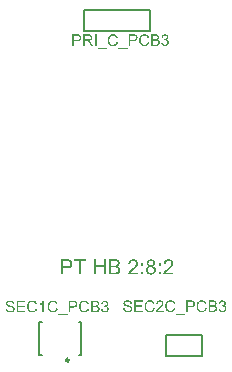
<source format=gto>
G04*
G04 #@! TF.GenerationSoftware,Altium Limited,Altium Designer,21.7.2 (23)*
G04*
G04 Layer_Color=65535*
%FSAX25Y25*%
%MOIN*%
G70*
G04*
G04 #@! TF.SameCoordinates,C6185680-9DF1-42B3-8AB4-FD9FEACD6233*
G04*
G04*
G04 #@! TF.FilePolarity,Positive*
G04*
G01*
G75*
%ADD10C,0.00984*%
%ADD11C,0.00787*%
G36*
X0158818Y0136598D02*
X0158151D01*
Y0138972D01*
X0155537D01*
Y0136598D01*
X0154870D01*
Y0141639D01*
X0155537D01*
Y0139564D01*
X0158151D01*
Y0141639D01*
X0158818D01*
Y0136598D01*
D02*
G37*
G36*
X0177168Y0139549D02*
X0176464D01*
Y0140253D01*
X0177168D01*
Y0139549D01*
D02*
G37*
G36*
X0171296D02*
X0170592D01*
Y0140253D01*
X0171296D01*
Y0139549D01*
D02*
G37*
G36*
X0179865Y0141646D02*
X0179924Y0141639D01*
X0179999Y0141631D01*
X0180074Y0141624D01*
X0180164Y0141602D01*
X0180344Y0141557D01*
X0180539Y0141482D01*
X0180629Y0141437D01*
X0180719Y0141384D01*
X0180808Y0141324D01*
X0180891Y0141249D01*
X0180898Y0141242D01*
X0180906Y0141234D01*
X0180928Y0141212D01*
X0180958Y0141174D01*
X0180988Y0141137D01*
X0181026Y0141092D01*
X0181063Y0141032D01*
X0181108Y0140972D01*
X0181183Y0140830D01*
X0181250Y0140658D01*
X0181280Y0140568D01*
X0181303Y0140463D01*
X0181310Y0140366D01*
X0181318Y0140253D01*
Y0140238D01*
Y0140201D01*
X0181310Y0140141D01*
X0181303Y0140066D01*
X0181288Y0139969D01*
X0181265Y0139871D01*
X0181235Y0139766D01*
X0181190Y0139654D01*
X0181183Y0139639D01*
X0181168Y0139602D01*
X0181138Y0139549D01*
X0181093Y0139474D01*
X0181033Y0139377D01*
X0180966Y0139272D01*
X0180876Y0139160D01*
X0180778Y0139040D01*
X0180763Y0139025D01*
X0180726Y0138980D01*
X0180696Y0138950D01*
X0180651Y0138905D01*
X0180606Y0138860D01*
X0180554Y0138808D01*
X0180494Y0138748D01*
X0180419Y0138680D01*
X0180344Y0138613D01*
X0180254Y0138531D01*
X0180164Y0138448D01*
X0180059Y0138358D01*
X0179947Y0138261D01*
X0179827Y0138156D01*
X0179820Y0138149D01*
X0179805Y0138134D01*
X0179775Y0138111D01*
X0179737Y0138081D01*
X0179647Y0137999D01*
X0179528Y0137901D01*
X0179408Y0137796D01*
X0179295Y0137692D01*
X0179191Y0137594D01*
X0179153Y0137557D01*
X0179116Y0137519D01*
X0179108Y0137512D01*
X0179093Y0137489D01*
X0179063Y0137460D01*
X0179026Y0137415D01*
X0178981Y0137370D01*
X0178936Y0137310D01*
X0178853Y0137190D01*
X0181325D01*
Y0136598D01*
X0177992D01*
Y0136606D01*
Y0136636D01*
Y0136680D01*
X0178000Y0136733D01*
X0178007Y0136800D01*
X0178015Y0136868D01*
X0178037Y0136950D01*
X0178059Y0137025D01*
Y0137033D01*
X0178067Y0137040D01*
X0178082Y0137085D01*
X0178112Y0137152D01*
X0178157Y0137235D01*
X0178217Y0137340D01*
X0178284Y0137452D01*
X0178367Y0137572D01*
X0178464Y0137692D01*
Y0137699D01*
X0178479Y0137707D01*
X0178516Y0137752D01*
X0178584Y0137819D01*
X0178674Y0137909D01*
X0178786Y0138021D01*
X0178928Y0138156D01*
X0179093Y0138298D01*
X0179280Y0138456D01*
X0179288Y0138463D01*
X0179318Y0138486D01*
X0179355Y0138523D01*
X0179415Y0138568D01*
X0179483Y0138620D01*
X0179558Y0138688D01*
X0179722Y0138845D01*
X0179910Y0139010D01*
X0180089Y0139190D01*
X0180179Y0139280D01*
X0180254Y0139362D01*
X0180329Y0139444D01*
X0180389Y0139519D01*
Y0139527D01*
X0180404Y0139534D01*
X0180419Y0139557D01*
X0180434Y0139587D01*
X0180479Y0139662D01*
X0180539Y0139759D01*
X0180591Y0139879D01*
X0180636Y0140006D01*
X0180666Y0140133D01*
X0180681Y0140268D01*
Y0140276D01*
Y0140283D01*
X0180674Y0140328D01*
X0180666Y0140396D01*
X0180651Y0140485D01*
X0180614Y0140583D01*
X0180569Y0140688D01*
X0180501Y0140793D01*
X0180411Y0140890D01*
X0180396Y0140897D01*
X0180367Y0140927D01*
X0180306Y0140972D01*
X0180232Y0141017D01*
X0180127Y0141062D01*
X0180014Y0141107D01*
X0179880Y0141137D01*
X0179730Y0141145D01*
X0179685D01*
X0179655Y0141137D01*
X0179572Y0141130D01*
X0179475Y0141107D01*
X0179355Y0141077D01*
X0179235Y0141025D01*
X0179116Y0140957D01*
X0179011Y0140867D01*
X0179003Y0140852D01*
X0178973Y0140815D01*
X0178928Y0140755D01*
X0178883Y0140673D01*
X0178831Y0140568D01*
X0178794Y0140440D01*
X0178764Y0140291D01*
X0178749Y0140126D01*
X0178112Y0140193D01*
Y0140201D01*
Y0140223D01*
X0178120Y0140261D01*
X0178127Y0140313D01*
X0178142Y0140373D01*
X0178157Y0140440D01*
X0178194Y0140598D01*
X0178254Y0140770D01*
X0178344Y0140950D01*
X0178397Y0141040D01*
X0178456Y0141122D01*
X0178524Y0141205D01*
X0178599Y0141279D01*
X0178606Y0141287D01*
X0178621Y0141294D01*
X0178644Y0141317D01*
X0178674Y0141339D01*
X0178719Y0141369D01*
X0178771Y0141399D01*
X0178831Y0141429D01*
X0178906Y0141467D01*
X0178981Y0141504D01*
X0179063Y0141534D01*
X0179161Y0141564D01*
X0179265Y0141594D01*
X0179370Y0141616D01*
X0179490Y0141639D01*
X0179610Y0141646D01*
X0179745Y0141654D01*
X0179812D01*
X0179865Y0141646D01*
D02*
G37*
G36*
X0177168Y0136598D02*
X0176464D01*
Y0137302D01*
X0177168D01*
Y0136598D01*
D02*
G37*
G36*
X0171296D02*
X0170592D01*
Y0137302D01*
X0171296D01*
Y0136598D01*
D02*
G37*
G36*
X0168120Y0141646D02*
X0168180Y0141639D01*
X0168255Y0141631D01*
X0168330Y0141624D01*
X0168420Y0141602D01*
X0168600Y0141557D01*
X0168794Y0141482D01*
X0168884Y0141437D01*
X0168974Y0141384D01*
X0169064Y0141324D01*
X0169146Y0141249D01*
X0169154Y0141242D01*
X0169161Y0141234D01*
X0169184Y0141212D01*
X0169214Y0141174D01*
X0169244Y0141137D01*
X0169281Y0141092D01*
X0169319Y0141032D01*
X0169364Y0140972D01*
X0169439Y0140830D01*
X0169506Y0140658D01*
X0169536Y0140568D01*
X0169558Y0140463D01*
X0169566Y0140366D01*
X0169573Y0140253D01*
Y0140238D01*
Y0140201D01*
X0169566Y0140141D01*
X0169558Y0140066D01*
X0169543Y0139969D01*
X0169521Y0139871D01*
X0169491Y0139766D01*
X0169446Y0139654D01*
X0169439Y0139639D01*
X0169424Y0139602D01*
X0169394Y0139549D01*
X0169349Y0139474D01*
X0169289Y0139377D01*
X0169221Y0139272D01*
X0169131Y0139160D01*
X0169034Y0139040D01*
X0169019Y0139025D01*
X0168982Y0138980D01*
X0168952Y0138950D01*
X0168907Y0138905D01*
X0168862Y0138860D01*
X0168809Y0138808D01*
X0168749Y0138748D01*
X0168675Y0138680D01*
X0168600Y0138613D01*
X0168510Y0138531D01*
X0168420Y0138448D01*
X0168315Y0138358D01*
X0168203Y0138261D01*
X0168083Y0138156D01*
X0168075Y0138149D01*
X0168060Y0138134D01*
X0168030Y0138111D01*
X0167993Y0138081D01*
X0167903Y0137999D01*
X0167783Y0137901D01*
X0167663Y0137796D01*
X0167551Y0137692D01*
X0167446Y0137594D01*
X0167409Y0137557D01*
X0167371Y0137519D01*
X0167364Y0137512D01*
X0167349Y0137489D01*
X0167319Y0137460D01*
X0167281Y0137415D01*
X0167236Y0137370D01*
X0167192Y0137310D01*
X0167109Y0137190D01*
X0169581D01*
Y0136598D01*
X0166248D01*
Y0136606D01*
Y0136636D01*
Y0136680D01*
X0166255Y0136733D01*
X0166263Y0136800D01*
X0166270Y0136868D01*
X0166293Y0136950D01*
X0166315Y0137025D01*
Y0137033D01*
X0166323Y0137040D01*
X0166338Y0137085D01*
X0166368Y0137152D01*
X0166413Y0137235D01*
X0166472Y0137340D01*
X0166540Y0137452D01*
X0166622Y0137572D01*
X0166720Y0137692D01*
Y0137699D01*
X0166735Y0137707D01*
X0166772Y0137752D01*
X0166840Y0137819D01*
X0166929Y0137909D01*
X0167042Y0138021D01*
X0167184Y0138156D01*
X0167349Y0138298D01*
X0167536Y0138456D01*
X0167544Y0138463D01*
X0167573Y0138486D01*
X0167611Y0138523D01*
X0167671Y0138568D01*
X0167738Y0138620D01*
X0167813Y0138688D01*
X0167978Y0138845D01*
X0168165Y0139010D01*
X0168345Y0139190D01*
X0168435Y0139280D01*
X0168510Y0139362D01*
X0168585Y0139444D01*
X0168645Y0139519D01*
Y0139527D01*
X0168660Y0139534D01*
X0168675Y0139557D01*
X0168690Y0139587D01*
X0168735Y0139662D01*
X0168794Y0139759D01*
X0168847Y0139879D01*
X0168892Y0140006D01*
X0168922Y0140133D01*
X0168937Y0140268D01*
Y0140276D01*
Y0140283D01*
X0168929Y0140328D01*
X0168922Y0140396D01*
X0168907Y0140485D01*
X0168869Y0140583D01*
X0168824Y0140688D01*
X0168757Y0140793D01*
X0168667Y0140890D01*
X0168652Y0140897D01*
X0168622Y0140927D01*
X0168562Y0140972D01*
X0168487Y0141017D01*
X0168382Y0141062D01*
X0168270Y0141107D01*
X0168135Y0141137D01*
X0167985Y0141145D01*
X0167940D01*
X0167911Y0141137D01*
X0167828Y0141130D01*
X0167731Y0141107D01*
X0167611Y0141077D01*
X0167491Y0141025D01*
X0167371Y0140957D01*
X0167266Y0140867D01*
X0167259Y0140852D01*
X0167229Y0140815D01*
X0167184Y0140755D01*
X0167139Y0140673D01*
X0167087Y0140568D01*
X0167049Y0140440D01*
X0167019Y0140291D01*
X0167004Y0140126D01*
X0166368Y0140193D01*
Y0140201D01*
Y0140223D01*
X0166375Y0140261D01*
X0166383Y0140313D01*
X0166398Y0140373D01*
X0166413Y0140440D01*
X0166450Y0140598D01*
X0166510Y0140770D01*
X0166600Y0140950D01*
X0166652Y0141040D01*
X0166712Y0141122D01*
X0166780Y0141205D01*
X0166855Y0141279D01*
X0166862Y0141287D01*
X0166877Y0141294D01*
X0166899Y0141317D01*
X0166929Y0141339D01*
X0166974Y0141369D01*
X0167027Y0141399D01*
X0167087Y0141429D01*
X0167162Y0141467D01*
X0167236Y0141504D01*
X0167319Y0141534D01*
X0167416Y0141564D01*
X0167521Y0141594D01*
X0167626Y0141616D01*
X0167746Y0141639D01*
X0167866Y0141646D01*
X0168000Y0141654D01*
X0168068D01*
X0168120Y0141646D01*
D02*
G37*
G36*
X0161934Y0141631D02*
X0161994D01*
X0162121Y0141616D01*
X0162271Y0141602D01*
X0162420Y0141571D01*
X0162578Y0141534D01*
X0162713Y0141482D01*
X0162720D01*
X0162727Y0141474D01*
X0162772Y0141452D01*
X0162832Y0141414D01*
X0162915Y0141369D01*
X0163005Y0141302D01*
X0163094Y0141219D01*
X0163177Y0141122D01*
X0163259Y0141010D01*
X0163267Y0140995D01*
X0163289Y0140957D01*
X0163327Y0140890D01*
X0163364Y0140807D01*
X0163394Y0140710D01*
X0163432Y0140598D01*
X0163454Y0140471D01*
X0163461Y0140343D01*
Y0140328D01*
Y0140291D01*
X0163454Y0140223D01*
X0163439Y0140148D01*
X0163417Y0140051D01*
X0163387Y0139954D01*
X0163342Y0139841D01*
X0163282Y0139736D01*
X0163274Y0139722D01*
X0163252Y0139691D01*
X0163207Y0139639D01*
X0163154Y0139572D01*
X0163080Y0139497D01*
X0162982Y0139422D01*
X0162877Y0139347D01*
X0162750Y0139280D01*
X0162758D01*
X0162772Y0139272D01*
X0162795Y0139265D01*
X0162825Y0139257D01*
X0162907Y0139220D01*
X0163012Y0139175D01*
X0163125Y0139107D01*
X0163237Y0139025D01*
X0163357Y0138927D01*
X0163454Y0138815D01*
X0163461Y0138800D01*
X0163491Y0138755D01*
X0163536Y0138688D01*
X0163581Y0138598D01*
X0163626Y0138486D01*
X0163671Y0138358D01*
X0163701Y0138216D01*
X0163709Y0138059D01*
Y0138051D01*
Y0138044D01*
Y0137999D01*
X0163701Y0137931D01*
X0163694Y0137841D01*
X0163671Y0137737D01*
X0163649Y0137624D01*
X0163611Y0137512D01*
X0163559Y0137392D01*
X0163551Y0137377D01*
X0163529Y0137340D01*
X0163499Y0137287D01*
X0163454Y0137220D01*
X0163402Y0137145D01*
X0163342Y0137070D01*
X0163267Y0136995D01*
X0163184Y0136928D01*
X0163177Y0136920D01*
X0163147Y0136898D01*
X0163094Y0136868D01*
X0163035Y0136838D01*
X0162952Y0136793D01*
X0162862Y0136755D01*
X0162750Y0136718D01*
X0162630Y0136680D01*
X0162615D01*
X0162570Y0136666D01*
X0162503Y0136658D01*
X0162405Y0136643D01*
X0162286Y0136628D01*
X0162151Y0136613D01*
X0161994Y0136606D01*
X0161821Y0136598D01*
X0159904D01*
Y0141639D01*
X0161889D01*
X0161934Y0141631D01*
D02*
G37*
G36*
X0152204Y0141047D02*
X0150541D01*
Y0136598D01*
X0149875D01*
Y0141047D01*
X0148212D01*
Y0141639D01*
X0152204D01*
Y0141047D01*
D02*
G37*
G36*
X0146077Y0141631D02*
X0146197Y0141624D01*
X0146324Y0141616D01*
X0146452Y0141602D01*
X0146557Y0141586D01*
X0146572D01*
X0146616Y0141571D01*
X0146691Y0141557D01*
X0146774Y0141534D01*
X0146871Y0141504D01*
X0146976Y0141467D01*
X0147081Y0141414D01*
X0147178Y0141354D01*
X0147193Y0141347D01*
X0147223Y0141324D01*
X0147268Y0141287D01*
X0147328Y0141227D01*
X0147388Y0141159D01*
X0147455Y0141077D01*
X0147523Y0140980D01*
X0147583Y0140867D01*
X0147590Y0140852D01*
X0147605Y0140815D01*
X0147635Y0140748D01*
X0147665Y0140665D01*
X0147688Y0140560D01*
X0147717Y0140448D01*
X0147732Y0140313D01*
X0147740Y0140178D01*
Y0140171D01*
Y0140148D01*
Y0140118D01*
X0147732Y0140074D01*
X0147725Y0140014D01*
X0147717Y0139954D01*
X0147703Y0139879D01*
X0147688Y0139804D01*
X0147643Y0139632D01*
X0147568Y0139452D01*
X0147523Y0139355D01*
X0147463Y0139265D01*
X0147403Y0139175D01*
X0147328Y0139092D01*
X0147321Y0139085D01*
X0147306Y0139070D01*
X0147283Y0139055D01*
X0147246Y0139025D01*
X0147201Y0138987D01*
X0147141Y0138950D01*
X0147073Y0138913D01*
X0146991Y0138875D01*
X0146894Y0138830D01*
X0146789Y0138793D01*
X0146669Y0138755D01*
X0146534Y0138718D01*
X0146384Y0138688D01*
X0146220Y0138673D01*
X0146047Y0138658D01*
X0145852Y0138650D01*
X0144564D01*
Y0136598D01*
X0143898D01*
Y0141639D01*
X0145965D01*
X0146077Y0141631D01*
D02*
G37*
G36*
X0173955Y0141646D02*
X0174007Y0141639D01*
X0174075Y0141631D01*
X0174225Y0141609D01*
X0174389Y0141557D01*
X0174569Y0141489D01*
X0174659Y0141444D01*
X0174741Y0141392D01*
X0174831Y0141332D01*
X0174906Y0141264D01*
X0174914Y0141257D01*
X0174921Y0141249D01*
X0174944Y0141227D01*
X0174966Y0141197D01*
X0175004Y0141159D01*
X0175034Y0141115D01*
X0175109Y0141002D01*
X0175183Y0140867D01*
X0175251Y0140710D01*
X0175296Y0140530D01*
X0175303Y0140433D01*
X0175311Y0140336D01*
Y0140328D01*
Y0140321D01*
Y0140276D01*
X0175303Y0140208D01*
X0175288Y0140126D01*
X0175266Y0140029D01*
X0175228Y0139931D01*
X0175183Y0139826D01*
X0175124Y0139722D01*
X0175116Y0139714D01*
X0175086Y0139676D01*
X0175041Y0139632D01*
X0174981Y0139579D01*
X0174906Y0139512D01*
X0174809Y0139444D01*
X0174697Y0139384D01*
X0174562Y0139324D01*
X0174569D01*
X0174584Y0139317D01*
X0174607Y0139310D01*
X0174637Y0139295D01*
X0174726Y0139257D01*
X0174831Y0139205D01*
X0174944Y0139137D01*
X0175064Y0139055D01*
X0175176Y0138958D01*
X0175273Y0138838D01*
X0175281Y0138823D01*
X0175311Y0138778D01*
X0175348Y0138710D01*
X0175401Y0138613D01*
X0175445Y0138493D01*
X0175483Y0138358D01*
X0175513Y0138201D01*
X0175520Y0138036D01*
Y0138029D01*
Y0138006D01*
Y0137976D01*
X0175513Y0137931D01*
X0175505Y0137871D01*
X0175498Y0137812D01*
X0175483Y0137737D01*
X0175461Y0137662D01*
X0175408Y0137489D01*
X0175371Y0137400D01*
X0175326Y0137310D01*
X0175273Y0137212D01*
X0175206Y0137122D01*
X0175138Y0137033D01*
X0175056Y0136950D01*
X0175049Y0136943D01*
X0175034Y0136935D01*
X0175011Y0136913D01*
X0174974Y0136883D01*
X0174929Y0136853D01*
X0174876Y0136815D01*
X0174809Y0136770D01*
X0174734Y0136733D01*
X0174652Y0136696D01*
X0174562Y0136651D01*
X0174464Y0136613D01*
X0174360Y0136583D01*
X0174247Y0136553D01*
X0174120Y0136538D01*
X0173993Y0136523D01*
X0173858Y0136516D01*
X0173783D01*
X0173730Y0136523D01*
X0173670Y0136531D01*
X0173595Y0136538D01*
X0173513Y0136553D01*
X0173423Y0136568D01*
X0173236Y0136621D01*
X0173131Y0136658D01*
X0173034Y0136703D01*
X0172936Y0136748D01*
X0172831Y0136808D01*
X0172742Y0136875D01*
X0172652Y0136950D01*
X0172644Y0136958D01*
X0172629Y0136973D01*
X0172607Y0136995D01*
X0172584Y0137033D01*
X0172547Y0137070D01*
X0172509Y0137122D01*
X0172465Y0137182D01*
X0172427Y0137257D01*
X0172382Y0137332D01*
X0172337Y0137415D01*
X0172270Y0137602D01*
X0172240Y0137707D01*
X0172217Y0137812D01*
X0172202Y0137931D01*
X0172195Y0138051D01*
Y0138059D01*
Y0138074D01*
Y0138096D01*
X0172202Y0138134D01*
Y0138179D01*
X0172210Y0138224D01*
X0172225Y0138343D01*
X0172255Y0138471D01*
X0172300Y0138605D01*
X0172360Y0138748D01*
X0172442Y0138875D01*
Y0138883D01*
X0172457Y0138890D01*
X0172487Y0138927D01*
X0172547Y0138987D01*
X0172622Y0139055D01*
X0172727Y0139130D01*
X0172846Y0139205D01*
X0172989Y0139272D01*
X0173154Y0139324D01*
X0173146D01*
X0173139Y0139332D01*
X0173094Y0139355D01*
X0173019Y0139384D01*
X0172936Y0139429D01*
X0172839Y0139489D01*
X0172749Y0139557D01*
X0172659Y0139639D01*
X0172577Y0139729D01*
X0172569Y0139744D01*
X0172547Y0139774D01*
X0172517Y0139834D01*
X0172487Y0139909D01*
X0172457Y0139999D01*
X0172427Y0140103D01*
X0172405Y0140223D01*
X0172397Y0140351D01*
Y0140358D01*
Y0140373D01*
Y0140403D01*
X0172405Y0140440D01*
X0172412Y0140493D01*
X0172420Y0140545D01*
X0172450Y0140673D01*
X0172494Y0140823D01*
X0172562Y0140980D01*
X0172607Y0141055D01*
X0172659Y0141130D01*
X0172719Y0141205D01*
X0172787Y0141279D01*
X0172794Y0141287D01*
X0172801Y0141294D01*
X0172831Y0141317D01*
X0172862Y0141339D01*
X0172899Y0141369D01*
X0172944Y0141399D01*
X0173004Y0141429D01*
X0173071Y0141467D01*
X0173139Y0141504D01*
X0173221Y0141534D01*
X0173401Y0141594D01*
X0173610Y0141639D01*
X0173723Y0141646D01*
X0173843Y0141654D01*
X0173910D01*
X0173955Y0141646D01*
D02*
G37*
G36*
X0127007Y0127877D02*
X0127053D01*
X0127155Y0127866D01*
X0127270Y0127849D01*
X0127395Y0127821D01*
X0127527Y0127786D01*
X0127652Y0127741D01*
X0127658D01*
X0127669Y0127735D01*
X0127687Y0127729D01*
X0127709Y0127718D01*
X0127766Y0127683D01*
X0127841Y0127638D01*
X0127921Y0127581D01*
X0128006Y0127512D01*
X0128086Y0127432D01*
X0128155Y0127335D01*
X0128160Y0127324D01*
X0128183Y0127289D01*
X0128212Y0127232D01*
X0128246Y0127164D01*
X0128280Y0127072D01*
X0128309Y0126970D01*
X0128337Y0126856D01*
X0128349Y0126735D01*
X0127864Y0126701D01*
Y0126707D01*
Y0126718D01*
X0127858Y0126735D01*
X0127852Y0126758D01*
X0127841Y0126827D01*
X0127818Y0126907D01*
X0127778Y0126992D01*
X0127732Y0127084D01*
X0127675Y0127170D01*
X0127595Y0127244D01*
X0127584Y0127250D01*
X0127555Y0127272D01*
X0127498Y0127301D01*
X0127424Y0127341D01*
X0127332Y0127375D01*
X0127213Y0127404D01*
X0127076Y0127427D01*
X0126921Y0127432D01*
X0126847D01*
X0126807Y0127427D01*
X0126767Y0127421D01*
X0126664Y0127409D01*
X0126556Y0127392D01*
X0126447Y0127358D01*
X0126345Y0127318D01*
X0126293Y0127289D01*
X0126253Y0127261D01*
X0126242Y0127255D01*
X0126219Y0127232D01*
X0126185Y0127192D01*
X0126151Y0127147D01*
X0126110Y0127084D01*
X0126076Y0127015D01*
X0126053Y0126935D01*
X0126042Y0126850D01*
Y0126838D01*
Y0126815D01*
X0126048Y0126776D01*
X0126059Y0126730D01*
X0126076Y0126678D01*
X0126105Y0126621D01*
X0126139Y0126564D01*
X0126190Y0126513D01*
X0126196Y0126507D01*
X0126225Y0126490D01*
X0126242Y0126479D01*
X0126270Y0126462D01*
X0126299Y0126444D01*
X0126339Y0126427D01*
X0126385Y0126404D01*
X0126442Y0126387D01*
X0126505Y0126359D01*
X0126573Y0126336D01*
X0126653Y0126313D01*
X0126744Y0126285D01*
X0126847Y0126262D01*
X0126956Y0126233D01*
X0126961D01*
X0126984Y0126227D01*
X0127013Y0126222D01*
X0127058Y0126210D01*
X0127110Y0126199D01*
X0127167Y0126182D01*
X0127298Y0126153D01*
X0127435Y0126113D01*
X0127578Y0126073D01*
X0127641Y0126056D01*
X0127704Y0126033D01*
X0127761Y0126010D01*
X0127806Y0125993D01*
X0127812D01*
X0127823Y0125988D01*
X0127841Y0125976D01*
X0127864Y0125965D01*
X0127921Y0125930D01*
X0127995Y0125885D01*
X0128075Y0125828D01*
X0128160Y0125765D01*
X0128235Y0125685D01*
X0128303Y0125599D01*
X0128309Y0125588D01*
X0128326Y0125559D01*
X0128355Y0125508D01*
X0128383Y0125445D01*
X0128412Y0125365D01*
X0128440Y0125274D01*
X0128457Y0125171D01*
X0128463Y0125057D01*
Y0125051D01*
Y0125045D01*
Y0125028D01*
Y0125005D01*
X0128452Y0124943D01*
X0128440Y0124868D01*
X0128417Y0124777D01*
X0128389Y0124680D01*
X0128343Y0124577D01*
X0128286Y0124474D01*
Y0124469D01*
X0128280Y0124463D01*
X0128252Y0124429D01*
X0128212Y0124383D01*
X0128155Y0124320D01*
X0128086Y0124257D01*
X0127995Y0124183D01*
X0127898Y0124120D01*
X0127778Y0124058D01*
X0127772D01*
X0127761Y0124052D01*
X0127744Y0124046D01*
X0127721Y0124035D01*
X0127692Y0124023D01*
X0127652Y0124012D01*
X0127567Y0123983D01*
X0127452Y0123955D01*
X0127332Y0123932D01*
X0127190Y0123915D01*
X0127041Y0123909D01*
X0126956D01*
X0126910Y0123915D01*
X0126858D01*
X0126801Y0123921D01*
X0126739Y0123926D01*
X0126602Y0123943D01*
X0126453Y0123972D01*
X0126305Y0124006D01*
X0126168Y0124058D01*
X0126162D01*
X0126151Y0124063D01*
X0126133Y0124075D01*
X0126110Y0124086D01*
X0126048Y0124120D01*
X0125968Y0124172D01*
X0125876Y0124235D01*
X0125785Y0124314D01*
X0125694Y0124406D01*
X0125614Y0124514D01*
Y0124520D01*
X0125608Y0124526D01*
X0125597Y0124543D01*
X0125585Y0124572D01*
X0125568Y0124600D01*
X0125551Y0124634D01*
X0125511Y0124720D01*
X0125477Y0124823D01*
X0125442Y0124937D01*
X0125420Y0125068D01*
X0125408Y0125211D01*
X0125888Y0125251D01*
Y0125245D01*
Y0125240D01*
X0125893Y0125205D01*
X0125905Y0125148D01*
X0125916Y0125080D01*
X0125939Y0125005D01*
X0125968Y0124925D01*
X0126002Y0124846D01*
X0126042Y0124771D01*
X0126048Y0124766D01*
X0126065Y0124743D01*
X0126093Y0124708D01*
X0126139Y0124669D01*
X0126190Y0124617D01*
X0126259Y0124572D01*
X0126339Y0124520D01*
X0126430Y0124474D01*
X0126436D01*
X0126442Y0124469D01*
X0126476Y0124457D01*
X0126533Y0124440D01*
X0126602Y0124417D01*
X0126687Y0124395D01*
X0126790Y0124377D01*
X0126899Y0124366D01*
X0127018Y0124360D01*
X0127070D01*
X0127121Y0124366D01*
X0127190Y0124372D01*
X0127270Y0124383D01*
X0127355Y0124395D01*
X0127441Y0124417D01*
X0127527Y0124446D01*
X0127538Y0124451D01*
X0127561Y0124463D01*
X0127601Y0124480D01*
X0127652Y0124509D01*
X0127704Y0124543D01*
X0127761Y0124583D01*
X0127812Y0124629D01*
X0127858Y0124680D01*
X0127864Y0124686D01*
X0127875Y0124708D01*
X0127892Y0124737D01*
X0127915Y0124777D01*
X0127938Y0124828D01*
X0127955Y0124885D01*
X0127966Y0124948D01*
X0127972Y0125011D01*
Y0125017D01*
Y0125040D01*
X0127966Y0125074D01*
X0127961Y0125120D01*
X0127949Y0125171D01*
X0127926Y0125222D01*
X0127903Y0125274D01*
X0127869Y0125325D01*
X0127864Y0125331D01*
X0127852Y0125348D01*
X0127823Y0125371D01*
X0127789Y0125405D01*
X0127738Y0125439D01*
X0127681Y0125479D01*
X0127606Y0125519D01*
X0127521Y0125554D01*
X0127515Y0125559D01*
X0127487Y0125565D01*
X0127447Y0125582D01*
X0127412Y0125588D01*
X0127378Y0125599D01*
X0127332Y0125611D01*
X0127287Y0125628D01*
X0127230Y0125645D01*
X0127167Y0125662D01*
X0127098Y0125679D01*
X0127018Y0125696D01*
X0126933Y0125719D01*
X0126836Y0125742D01*
X0126830D01*
X0126813Y0125748D01*
X0126784Y0125753D01*
X0126750Y0125765D01*
X0126704Y0125776D01*
X0126659Y0125788D01*
X0126544Y0125822D01*
X0126419Y0125856D01*
X0126299Y0125896D01*
X0126185Y0125936D01*
X0126139Y0125959D01*
X0126093Y0125982D01*
X0126088D01*
X0126082Y0125988D01*
X0126048Y0126010D01*
X0126002Y0126039D01*
X0125939Y0126079D01*
X0125871Y0126130D01*
X0125802Y0126193D01*
X0125739Y0126262D01*
X0125682Y0126336D01*
X0125677Y0126347D01*
X0125659Y0126376D01*
X0125642Y0126421D01*
X0125619Y0126479D01*
X0125591Y0126547D01*
X0125574Y0126633D01*
X0125557Y0126724D01*
X0125551Y0126821D01*
Y0126827D01*
Y0126833D01*
Y0126850D01*
Y0126873D01*
X0125562Y0126924D01*
X0125574Y0126998D01*
X0125591Y0127084D01*
X0125619Y0127175D01*
X0125659Y0127267D01*
X0125711Y0127364D01*
Y0127369D01*
X0125716Y0127375D01*
X0125739Y0127404D01*
X0125779Y0127449D01*
X0125836Y0127506D01*
X0125905Y0127569D01*
X0125985Y0127638D01*
X0126082Y0127700D01*
X0126196Y0127752D01*
X0126202D01*
X0126213Y0127758D01*
X0126230Y0127763D01*
X0126253Y0127775D01*
X0126282Y0127780D01*
X0126316Y0127792D01*
X0126402Y0127821D01*
X0126510Y0127843D01*
X0126630Y0127860D01*
X0126761Y0127877D01*
X0126899Y0127883D01*
X0126973D01*
X0127007Y0127877D01*
D02*
G37*
G36*
X0151805D02*
X0151857Y0127872D01*
X0151914Y0127866D01*
X0151977Y0127860D01*
X0152051Y0127849D01*
X0152199Y0127809D01*
X0152365Y0127758D01*
X0152445Y0127723D01*
X0152525Y0127683D01*
X0152605Y0127638D01*
X0152679Y0127586D01*
X0152685Y0127581D01*
X0152696Y0127575D01*
X0152719Y0127558D01*
X0152742Y0127535D01*
X0152776Y0127501D01*
X0152811Y0127466D01*
X0152850Y0127421D01*
X0152896Y0127375D01*
X0152942Y0127318D01*
X0152988Y0127255D01*
X0153033Y0127192D01*
X0153079Y0127118D01*
X0153124Y0127038D01*
X0153165Y0126953D01*
X0153199Y0126861D01*
X0153233Y0126764D01*
X0152731Y0126644D01*
Y0126650D01*
X0152725Y0126661D01*
X0152719Y0126684D01*
X0152708Y0126713D01*
X0152691Y0126747D01*
X0152673Y0126787D01*
X0152628Y0126878D01*
X0152576Y0126975D01*
X0152508Y0127078D01*
X0152428Y0127175D01*
X0152337Y0127255D01*
X0152325Y0127261D01*
X0152291Y0127284D01*
X0152240Y0127318D01*
X0152165Y0127352D01*
X0152074Y0127386D01*
X0151965Y0127421D01*
X0151840Y0127444D01*
X0151703Y0127449D01*
X0151657D01*
X0151628Y0127444D01*
X0151588D01*
X0151549Y0127438D01*
X0151446Y0127421D01*
X0151326Y0127398D01*
X0151200Y0127358D01*
X0151080Y0127306D01*
X0150960Y0127232D01*
X0150955D01*
X0150949Y0127221D01*
X0150915Y0127192D01*
X0150858Y0127147D01*
X0150795Y0127084D01*
X0150726Y0126998D01*
X0150658Y0126901D01*
X0150595Y0126787D01*
X0150544Y0126661D01*
Y0126656D01*
X0150538Y0126644D01*
X0150532Y0126627D01*
X0150526Y0126599D01*
X0150515Y0126570D01*
X0150504Y0126530D01*
X0150487Y0126439D01*
X0150464Y0126324D01*
X0150441Y0126199D01*
X0150429Y0126067D01*
X0150424Y0125925D01*
Y0125919D01*
Y0125902D01*
Y0125879D01*
Y0125845D01*
X0150429Y0125799D01*
Y0125748D01*
X0150435Y0125696D01*
X0150441Y0125634D01*
X0150458Y0125502D01*
X0150487Y0125354D01*
X0150521Y0125211D01*
X0150566Y0125068D01*
Y0125063D01*
X0150572Y0125051D01*
X0150584Y0125034D01*
X0150595Y0125011D01*
X0150629Y0124943D01*
X0150675Y0124863D01*
X0150738Y0124771D01*
X0150812Y0124686D01*
X0150903Y0124594D01*
X0151006Y0124520D01*
X0151012D01*
X0151017Y0124514D01*
X0151035Y0124503D01*
X0151058Y0124492D01*
X0151120Y0124463D01*
X0151200Y0124434D01*
X0151297Y0124400D01*
X0151411Y0124372D01*
X0151531Y0124349D01*
X0151663Y0124343D01*
X0151703D01*
X0151731Y0124349D01*
X0151771D01*
X0151811Y0124355D01*
X0151914Y0124372D01*
X0152023Y0124406D01*
X0152142Y0124446D01*
X0152268Y0124509D01*
X0152325Y0124543D01*
X0152382Y0124589D01*
X0152388Y0124594D01*
X0152394Y0124600D01*
X0152411Y0124617D01*
X0152428Y0124634D01*
X0152456Y0124663D01*
X0152479Y0124691D01*
X0152542Y0124771D01*
X0152611Y0124874D01*
X0152679Y0125000D01*
X0152742Y0125148D01*
X0152788Y0125320D01*
X0153296Y0125188D01*
Y0125182D01*
X0153290Y0125160D01*
X0153279Y0125131D01*
X0153267Y0125085D01*
X0153244Y0125034D01*
X0153222Y0124971D01*
X0153199Y0124908D01*
X0153165Y0124834D01*
X0153085Y0124680D01*
X0152988Y0124526D01*
X0152925Y0124446D01*
X0152862Y0124372D01*
X0152793Y0124297D01*
X0152719Y0124235D01*
X0152713Y0124229D01*
X0152702Y0124223D01*
X0152679Y0124206D01*
X0152645Y0124183D01*
X0152605Y0124160D01*
X0152553Y0124132D01*
X0152502Y0124103D01*
X0152434Y0124075D01*
X0152365Y0124040D01*
X0152285Y0124012D01*
X0152205Y0123983D01*
X0152114Y0123960D01*
X0152017Y0123938D01*
X0151920Y0123921D01*
X0151811Y0123915D01*
X0151703Y0123909D01*
X0151646D01*
X0151600Y0123915D01*
X0151549D01*
X0151486Y0123921D01*
X0151417Y0123932D01*
X0151343Y0123943D01*
X0151183Y0123972D01*
X0151012Y0124018D01*
X0150846Y0124080D01*
X0150766Y0124115D01*
X0150692Y0124160D01*
X0150686Y0124166D01*
X0150675Y0124172D01*
X0150658Y0124189D01*
X0150629Y0124206D01*
X0150595Y0124235D01*
X0150561Y0124263D01*
X0150475Y0124349D01*
X0150378Y0124451D01*
X0150275Y0124577D01*
X0150184Y0124720D01*
X0150098Y0124891D01*
Y0124897D01*
X0150092Y0124914D01*
X0150081Y0124937D01*
X0150070Y0124977D01*
X0150052Y0125017D01*
X0150035Y0125074D01*
X0150018Y0125131D01*
X0150001Y0125200D01*
X0149978Y0125274D01*
X0149961Y0125354D01*
X0149933Y0125531D01*
X0149910Y0125719D01*
X0149898Y0125925D01*
Y0125930D01*
Y0125953D01*
Y0125982D01*
X0149904Y0126028D01*
Y0126079D01*
X0149910Y0126136D01*
X0149916Y0126205D01*
X0149927Y0126279D01*
X0149955Y0126444D01*
X0149995Y0126621D01*
X0150052Y0126798D01*
X0150127Y0126970D01*
Y0126975D01*
X0150138Y0126987D01*
X0150150Y0127010D01*
X0150167Y0127044D01*
X0150195Y0127078D01*
X0150224Y0127124D01*
X0150292Y0127221D01*
X0150384Y0127329D01*
X0150498Y0127444D01*
X0150629Y0127552D01*
X0150778Y0127649D01*
X0150783D01*
X0150795Y0127661D01*
X0150818Y0127672D01*
X0150852Y0127683D01*
X0150892Y0127706D01*
X0150938Y0127723D01*
X0150995Y0127746D01*
X0151052Y0127769D01*
X0151120Y0127786D01*
X0151189Y0127809D01*
X0151349Y0127849D01*
X0151520Y0127872D01*
X0151708Y0127883D01*
X0151766D01*
X0151805Y0127877D01*
D02*
G37*
G36*
X0141362D02*
X0141413Y0127872D01*
X0141470Y0127866D01*
X0141533Y0127860D01*
X0141607Y0127849D01*
X0141756Y0127809D01*
X0141921Y0127758D01*
X0142001Y0127723D01*
X0142081Y0127683D01*
X0142161Y0127638D01*
X0142236Y0127586D01*
X0142241Y0127581D01*
X0142253Y0127575D01*
X0142276Y0127558D01*
X0142298Y0127535D01*
X0142333Y0127501D01*
X0142367Y0127466D01*
X0142407Y0127421D01*
X0142453Y0127375D01*
X0142498Y0127318D01*
X0142544Y0127255D01*
X0142590Y0127192D01*
X0142635Y0127118D01*
X0142681Y0127038D01*
X0142721Y0126953D01*
X0142755Y0126861D01*
X0142789Y0126764D01*
X0142287Y0126644D01*
Y0126650D01*
X0142281Y0126661D01*
X0142276Y0126684D01*
X0142264Y0126713D01*
X0142247Y0126747D01*
X0142230Y0126787D01*
X0142184Y0126878D01*
X0142133Y0126975D01*
X0142064Y0127078D01*
X0141984Y0127175D01*
X0141893Y0127255D01*
X0141882Y0127261D01*
X0141847Y0127284D01*
X0141796Y0127318D01*
X0141722Y0127352D01*
X0141630Y0127386D01*
X0141522Y0127421D01*
X0141396Y0127444D01*
X0141259Y0127449D01*
X0141213D01*
X0141185Y0127444D01*
X0141145D01*
X0141105Y0127438D01*
X0141002Y0127421D01*
X0140882Y0127398D01*
X0140757Y0127358D01*
X0140637Y0127306D01*
X0140517Y0127232D01*
X0140511D01*
X0140505Y0127221D01*
X0140471Y0127192D01*
X0140414Y0127147D01*
X0140351Y0127084D01*
X0140283Y0126998D01*
X0140214Y0126901D01*
X0140151Y0126787D01*
X0140100Y0126661D01*
Y0126656D01*
X0140094Y0126644D01*
X0140089Y0126627D01*
X0140083Y0126599D01*
X0140071Y0126570D01*
X0140060Y0126530D01*
X0140043Y0126439D01*
X0140020Y0126324D01*
X0139997Y0126199D01*
X0139986Y0126067D01*
X0139980Y0125925D01*
Y0125919D01*
Y0125902D01*
Y0125879D01*
Y0125845D01*
X0139986Y0125799D01*
Y0125748D01*
X0139991Y0125696D01*
X0139997Y0125634D01*
X0140014Y0125502D01*
X0140043Y0125354D01*
X0140077Y0125211D01*
X0140123Y0125068D01*
Y0125063D01*
X0140129Y0125051D01*
X0140140Y0125034D01*
X0140151Y0125011D01*
X0140186Y0124943D01*
X0140231Y0124863D01*
X0140294Y0124771D01*
X0140368Y0124686D01*
X0140460Y0124594D01*
X0140562Y0124520D01*
X0140568D01*
X0140574Y0124514D01*
X0140591Y0124503D01*
X0140614Y0124492D01*
X0140677Y0124463D01*
X0140757Y0124434D01*
X0140854Y0124400D01*
X0140968Y0124372D01*
X0141088Y0124349D01*
X0141219Y0124343D01*
X0141259D01*
X0141288Y0124349D01*
X0141328D01*
X0141368Y0124355D01*
X0141470Y0124372D01*
X0141579Y0124406D01*
X0141699Y0124446D01*
X0141824Y0124509D01*
X0141882Y0124543D01*
X0141939Y0124589D01*
X0141944Y0124594D01*
X0141950Y0124600D01*
X0141967Y0124617D01*
X0141984Y0124634D01*
X0142013Y0124663D01*
X0142036Y0124691D01*
X0142098Y0124771D01*
X0142167Y0124874D01*
X0142236Y0125000D01*
X0142298Y0125148D01*
X0142344Y0125320D01*
X0142852Y0125188D01*
Y0125182D01*
X0142847Y0125160D01*
X0142835Y0125131D01*
X0142824Y0125085D01*
X0142801Y0125034D01*
X0142778Y0124971D01*
X0142755Y0124908D01*
X0142721Y0124834D01*
X0142641Y0124680D01*
X0142544Y0124526D01*
X0142481Y0124446D01*
X0142418Y0124372D01*
X0142350Y0124297D01*
X0142276Y0124235D01*
X0142270Y0124229D01*
X0142258Y0124223D01*
X0142236Y0124206D01*
X0142201Y0124183D01*
X0142161Y0124160D01*
X0142110Y0124132D01*
X0142059Y0124103D01*
X0141990Y0124075D01*
X0141921Y0124040D01*
X0141842Y0124012D01*
X0141762Y0123983D01*
X0141670Y0123960D01*
X0141573Y0123938D01*
X0141476Y0123921D01*
X0141368Y0123915D01*
X0141259Y0123909D01*
X0141202D01*
X0141156Y0123915D01*
X0141105D01*
X0141042Y0123921D01*
X0140974Y0123932D01*
X0140899Y0123943D01*
X0140740Y0123972D01*
X0140568Y0124018D01*
X0140403Y0124080D01*
X0140323Y0124115D01*
X0140249Y0124160D01*
X0140243Y0124166D01*
X0140231Y0124172D01*
X0140214Y0124189D01*
X0140186Y0124206D01*
X0140151Y0124235D01*
X0140117Y0124263D01*
X0140032Y0124349D01*
X0139934Y0124451D01*
X0139832Y0124577D01*
X0139740Y0124720D01*
X0139655Y0124891D01*
Y0124897D01*
X0139649Y0124914D01*
X0139637Y0124937D01*
X0139626Y0124977D01*
X0139609Y0125017D01*
X0139592Y0125074D01*
X0139575Y0125131D01*
X0139558Y0125200D01*
X0139535Y0125274D01*
X0139518Y0125354D01*
X0139489Y0125531D01*
X0139466Y0125719D01*
X0139455Y0125925D01*
Y0125930D01*
Y0125953D01*
Y0125982D01*
X0139461Y0126028D01*
Y0126079D01*
X0139466Y0126136D01*
X0139472Y0126205D01*
X0139483Y0126279D01*
X0139512Y0126444D01*
X0139552Y0126621D01*
X0139609Y0126798D01*
X0139683Y0126970D01*
Y0126975D01*
X0139695Y0126987D01*
X0139706Y0127010D01*
X0139723Y0127044D01*
X0139752Y0127078D01*
X0139780Y0127124D01*
X0139849Y0127221D01*
X0139940Y0127329D01*
X0140054Y0127444D01*
X0140186Y0127552D01*
X0140334Y0127649D01*
X0140340D01*
X0140351Y0127661D01*
X0140374Y0127672D01*
X0140408Y0127683D01*
X0140448Y0127706D01*
X0140494Y0127723D01*
X0140551Y0127746D01*
X0140608Y0127769D01*
X0140677Y0127786D01*
X0140745Y0127809D01*
X0140905Y0127849D01*
X0141076Y0127872D01*
X0141265Y0127883D01*
X0141322D01*
X0141362Y0127877D01*
D02*
G37*
G36*
X0134499D02*
X0134550Y0127872D01*
X0134607Y0127866D01*
X0134670Y0127860D01*
X0134744Y0127849D01*
X0134892Y0127809D01*
X0135058Y0127758D01*
X0135138Y0127723D01*
X0135218Y0127683D01*
X0135298Y0127638D01*
X0135372Y0127586D01*
X0135378Y0127581D01*
X0135389Y0127575D01*
X0135412Y0127558D01*
X0135435Y0127535D01*
X0135469Y0127501D01*
X0135503Y0127466D01*
X0135543Y0127421D01*
X0135589Y0127375D01*
X0135635Y0127318D01*
X0135680Y0127255D01*
X0135726Y0127192D01*
X0135772Y0127118D01*
X0135818Y0127038D01*
X0135857Y0126953D01*
X0135892Y0126861D01*
X0135926Y0126764D01*
X0135424Y0126644D01*
Y0126650D01*
X0135418Y0126661D01*
X0135412Y0126684D01*
X0135401Y0126713D01*
X0135383Y0126747D01*
X0135366Y0126787D01*
X0135321Y0126878D01*
X0135269Y0126975D01*
X0135201Y0127078D01*
X0135121Y0127175D01*
X0135029Y0127255D01*
X0135018Y0127261D01*
X0134984Y0127284D01*
X0134932Y0127318D01*
X0134858Y0127352D01*
X0134767Y0127386D01*
X0134658Y0127421D01*
X0134533Y0127444D01*
X0134396Y0127449D01*
X0134350D01*
X0134321Y0127444D01*
X0134282D01*
X0134241Y0127438D01*
X0134139Y0127421D01*
X0134019Y0127398D01*
X0133893Y0127358D01*
X0133773Y0127306D01*
X0133653Y0127232D01*
X0133648D01*
X0133642Y0127221D01*
X0133608Y0127192D01*
X0133551Y0127147D01*
X0133488Y0127084D01*
X0133419Y0126998D01*
X0133351Y0126901D01*
X0133288Y0126787D01*
X0133237Y0126661D01*
Y0126656D01*
X0133231Y0126644D01*
X0133225Y0126627D01*
X0133220Y0126599D01*
X0133208Y0126570D01*
X0133197Y0126530D01*
X0133179Y0126439D01*
X0133157Y0126324D01*
X0133134Y0126199D01*
X0133122Y0126067D01*
X0133117Y0125925D01*
Y0125919D01*
Y0125902D01*
Y0125879D01*
Y0125845D01*
X0133122Y0125799D01*
Y0125748D01*
X0133128Y0125696D01*
X0133134Y0125634D01*
X0133151Y0125502D01*
X0133179Y0125354D01*
X0133214Y0125211D01*
X0133259Y0125068D01*
Y0125063D01*
X0133265Y0125051D01*
X0133276Y0125034D01*
X0133288Y0125011D01*
X0133322Y0124943D01*
X0133368Y0124863D01*
X0133431Y0124771D01*
X0133505Y0124686D01*
X0133596Y0124594D01*
X0133699Y0124520D01*
X0133705D01*
X0133711Y0124514D01*
X0133728Y0124503D01*
X0133750Y0124492D01*
X0133813Y0124463D01*
X0133893Y0124434D01*
X0133990Y0124400D01*
X0134105Y0124372D01*
X0134224Y0124349D01*
X0134356Y0124343D01*
X0134396D01*
X0134424Y0124349D01*
X0134464D01*
X0134504Y0124355D01*
X0134607Y0124372D01*
X0134715Y0124406D01*
X0134835Y0124446D01*
X0134961Y0124509D01*
X0135018Y0124543D01*
X0135075Y0124589D01*
X0135081Y0124594D01*
X0135087Y0124600D01*
X0135104Y0124617D01*
X0135121Y0124634D01*
X0135149Y0124663D01*
X0135172Y0124691D01*
X0135235Y0124771D01*
X0135304Y0124874D01*
X0135372Y0125000D01*
X0135435Y0125148D01*
X0135481Y0125320D01*
X0135989Y0125188D01*
Y0125182D01*
X0135983Y0125160D01*
X0135972Y0125131D01*
X0135960Y0125085D01*
X0135937Y0125034D01*
X0135915Y0124971D01*
X0135892Y0124908D01*
X0135857Y0124834D01*
X0135777Y0124680D01*
X0135680Y0124526D01*
X0135618Y0124446D01*
X0135555Y0124372D01*
X0135486Y0124297D01*
X0135412Y0124235D01*
X0135406Y0124229D01*
X0135395Y0124223D01*
X0135372Y0124206D01*
X0135338Y0124183D01*
X0135298Y0124160D01*
X0135247Y0124132D01*
X0135195Y0124103D01*
X0135127Y0124075D01*
X0135058Y0124040D01*
X0134978Y0124012D01*
X0134898Y0123983D01*
X0134807Y0123960D01*
X0134710Y0123938D01*
X0134613Y0123921D01*
X0134504Y0123915D01*
X0134396Y0123909D01*
X0134339D01*
X0134293Y0123915D01*
X0134241D01*
X0134179Y0123921D01*
X0134110Y0123932D01*
X0134036Y0123943D01*
X0133876Y0123972D01*
X0133705Y0124018D01*
X0133539Y0124080D01*
X0133459Y0124115D01*
X0133385Y0124160D01*
X0133379Y0124166D01*
X0133368Y0124172D01*
X0133351Y0124189D01*
X0133322Y0124206D01*
X0133288Y0124235D01*
X0133254Y0124263D01*
X0133168Y0124349D01*
X0133071Y0124451D01*
X0132968Y0124577D01*
X0132877Y0124720D01*
X0132791Y0124891D01*
Y0124897D01*
X0132785Y0124914D01*
X0132774Y0124937D01*
X0132763Y0124977D01*
X0132746Y0125017D01*
X0132728Y0125074D01*
X0132711Y0125131D01*
X0132694Y0125200D01*
X0132671Y0125274D01*
X0132654Y0125354D01*
X0132626Y0125531D01*
X0132603Y0125719D01*
X0132591Y0125925D01*
Y0125930D01*
Y0125953D01*
Y0125982D01*
X0132597Y0126028D01*
Y0126079D01*
X0132603Y0126136D01*
X0132608Y0126205D01*
X0132620Y0126279D01*
X0132649Y0126444D01*
X0132688Y0126621D01*
X0132746Y0126798D01*
X0132820Y0126970D01*
Y0126975D01*
X0132831Y0126987D01*
X0132843Y0127010D01*
X0132860Y0127044D01*
X0132888Y0127078D01*
X0132917Y0127124D01*
X0132985Y0127221D01*
X0133077Y0127329D01*
X0133191Y0127444D01*
X0133322Y0127552D01*
X0133471Y0127649D01*
X0133476D01*
X0133488Y0127661D01*
X0133511Y0127672D01*
X0133545Y0127683D01*
X0133585Y0127706D01*
X0133631Y0127723D01*
X0133688Y0127746D01*
X0133745Y0127769D01*
X0133813Y0127786D01*
X0133882Y0127809D01*
X0134042Y0127849D01*
X0134213Y0127872D01*
X0134401Y0127883D01*
X0134458D01*
X0134499Y0127877D01*
D02*
G37*
G36*
X0158623Y0127821D02*
X0158697Y0127809D01*
X0158789Y0127792D01*
X0158886Y0127769D01*
X0158983Y0127735D01*
X0159086Y0127689D01*
X0159091D01*
X0159097Y0127683D01*
X0159131Y0127666D01*
X0159177Y0127632D01*
X0159240Y0127592D01*
X0159303Y0127541D01*
X0159371Y0127472D01*
X0159440Y0127404D01*
X0159497Y0127318D01*
X0159503Y0127306D01*
X0159520Y0127278D01*
X0159543Y0127232D01*
X0159571Y0127170D01*
X0159594Y0127095D01*
X0159617Y0127015D01*
X0159634Y0126924D01*
X0159640Y0126827D01*
Y0126815D01*
Y0126787D01*
X0159634Y0126735D01*
X0159623Y0126678D01*
X0159605Y0126604D01*
X0159582Y0126530D01*
X0159548Y0126450D01*
X0159503Y0126370D01*
X0159497Y0126359D01*
X0159480Y0126336D01*
X0159446Y0126302D01*
X0159406Y0126256D01*
X0159348Y0126205D01*
X0159280Y0126153D01*
X0159200Y0126096D01*
X0159109Y0126050D01*
X0159114D01*
X0159126Y0126045D01*
X0159143Y0126039D01*
X0159166Y0126033D01*
X0159223Y0126010D01*
X0159303Y0125982D01*
X0159383Y0125936D01*
X0159474Y0125879D01*
X0159560Y0125811D01*
X0159634Y0125725D01*
X0159640Y0125714D01*
X0159662Y0125679D01*
X0159697Y0125628D01*
X0159731Y0125554D01*
X0159765Y0125468D01*
X0159800Y0125359D01*
X0159822Y0125240D01*
X0159828Y0125108D01*
Y0125102D01*
Y0125085D01*
Y0125063D01*
X0159822Y0125023D01*
X0159817Y0124983D01*
X0159811Y0124931D01*
X0159800Y0124874D01*
X0159782Y0124811D01*
X0159737Y0124680D01*
X0159708Y0124611D01*
X0159674Y0124537D01*
X0159628Y0124463D01*
X0159577Y0124395D01*
X0159520Y0124326D01*
X0159457Y0124257D01*
X0159451Y0124252D01*
X0159440Y0124240D01*
X0159417Y0124223D01*
X0159394Y0124206D01*
X0159354Y0124178D01*
X0159314Y0124149D01*
X0159263Y0124115D01*
X0159206Y0124086D01*
X0159143Y0124052D01*
X0159069Y0124018D01*
X0158994Y0123989D01*
X0158914Y0123966D01*
X0158823Y0123943D01*
X0158732Y0123926D01*
X0158635Y0123915D01*
X0158532Y0123909D01*
X0158481D01*
X0158446Y0123915D01*
X0158406Y0123921D01*
X0158355Y0123926D01*
X0158298Y0123932D01*
X0158235Y0123949D01*
X0158104Y0123983D01*
X0157961Y0124035D01*
X0157892Y0124069D01*
X0157818Y0124109D01*
X0157750Y0124155D01*
X0157687Y0124206D01*
X0157681Y0124212D01*
X0157675Y0124217D01*
X0157658Y0124235D01*
X0157635Y0124263D01*
X0157607Y0124292D01*
X0157578Y0124326D01*
X0157550Y0124372D01*
X0157516Y0124417D01*
X0157447Y0124531D01*
X0157390Y0124669D01*
X0157339Y0124823D01*
X0157321Y0124903D01*
X0157310Y0124994D01*
X0157784Y0125057D01*
Y0125051D01*
X0157790Y0125040D01*
X0157795Y0125017D01*
X0157801Y0124988D01*
X0157807Y0124960D01*
X0157818Y0124920D01*
X0157847Y0124834D01*
X0157887Y0124737D01*
X0157932Y0124640D01*
X0157989Y0124549D01*
X0158058Y0124474D01*
X0158069Y0124469D01*
X0158092Y0124446D01*
X0158132Y0124417D01*
X0158189Y0124389D01*
X0158258Y0124355D01*
X0158338Y0124326D01*
X0158429Y0124303D01*
X0158532Y0124297D01*
X0158566D01*
X0158589Y0124303D01*
X0158652Y0124309D01*
X0158732Y0124326D01*
X0158817Y0124355D01*
X0158914Y0124395D01*
X0159006Y0124451D01*
X0159097Y0124526D01*
X0159109Y0124537D01*
X0159131Y0124566D01*
X0159171Y0124617D01*
X0159211Y0124680D01*
X0159251Y0124766D01*
X0159291Y0124863D01*
X0159314Y0124971D01*
X0159326Y0125091D01*
Y0125097D01*
Y0125108D01*
Y0125125D01*
X0159320Y0125148D01*
X0159314Y0125205D01*
X0159297Y0125279D01*
X0159274Y0125365D01*
X0159234Y0125457D01*
X0159183Y0125542D01*
X0159109Y0125628D01*
X0159097Y0125639D01*
X0159069Y0125662D01*
X0159023Y0125696D01*
X0158960Y0125736D01*
X0158886Y0125771D01*
X0158794Y0125805D01*
X0158686Y0125828D01*
X0158572Y0125839D01*
X0158520D01*
X0158481Y0125833D01*
X0158435Y0125828D01*
X0158378Y0125816D01*
X0158315Y0125805D01*
X0158241Y0125788D01*
X0158292Y0126205D01*
X0158321D01*
X0158344Y0126199D01*
X0158418D01*
X0158475Y0126205D01*
X0158549Y0126216D01*
X0158635Y0126239D01*
X0158720Y0126262D01*
X0158817Y0126302D01*
X0158909Y0126353D01*
X0158914D01*
X0158920Y0126359D01*
X0158949Y0126382D01*
X0158989Y0126421D01*
X0159034Y0126473D01*
X0159074Y0126541D01*
X0159114Y0126627D01*
X0159143Y0126724D01*
X0159154Y0126781D01*
Y0126838D01*
Y0126844D01*
Y0126850D01*
Y0126884D01*
X0159143Y0126930D01*
X0159131Y0126987D01*
X0159109Y0127055D01*
X0159080Y0127129D01*
X0159034Y0127198D01*
X0158977Y0127267D01*
X0158972Y0127272D01*
X0158943Y0127295D01*
X0158909Y0127324D01*
X0158852Y0127352D01*
X0158789Y0127386D01*
X0158709Y0127409D01*
X0158623Y0127432D01*
X0158520Y0127438D01*
X0158475D01*
X0158423Y0127427D01*
X0158361Y0127415D01*
X0158286Y0127392D01*
X0158212Y0127364D01*
X0158138Y0127318D01*
X0158064Y0127261D01*
X0158058Y0127255D01*
X0158035Y0127227D01*
X0158001Y0127187D01*
X0157967Y0127135D01*
X0157927Y0127061D01*
X0157887Y0126970D01*
X0157852Y0126867D01*
X0157829Y0126747D01*
X0157356Y0126833D01*
Y0126838D01*
X0157361Y0126856D01*
X0157367Y0126878D01*
X0157373Y0126913D01*
X0157384Y0126947D01*
X0157401Y0126992D01*
X0157436Y0127101D01*
X0157487Y0127215D01*
X0157555Y0127341D01*
X0157641Y0127455D01*
X0157744Y0127564D01*
X0157750Y0127569D01*
X0157761Y0127575D01*
X0157778Y0127586D01*
X0157801Y0127603D01*
X0157829Y0127626D01*
X0157864Y0127649D01*
X0157910Y0127672D01*
X0157955Y0127695D01*
X0158064Y0127741D01*
X0158195Y0127786D01*
X0158344Y0127815D01*
X0158423Y0127826D01*
X0158560D01*
X0158623Y0127821D01*
D02*
G37*
G36*
X0155448Y0127809D02*
X0155494D01*
X0155591Y0127798D01*
X0155705Y0127786D01*
X0155820Y0127763D01*
X0155939Y0127735D01*
X0156042Y0127695D01*
X0156048D01*
X0156054Y0127689D01*
X0156088Y0127672D01*
X0156134Y0127643D01*
X0156196Y0127609D01*
X0156265Y0127558D01*
X0156333Y0127495D01*
X0156396Y0127421D01*
X0156459Y0127335D01*
X0156465Y0127324D01*
X0156482Y0127295D01*
X0156510Y0127244D01*
X0156539Y0127181D01*
X0156562Y0127107D01*
X0156590Y0127021D01*
X0156608Y0126924D01*
X0156613Y0126827D01*
Y0126815D01*
Y0126787D01*
X0156608Y0126735D01*
X0156596Y0126678D01*
X0156579Y0126604D01*
X0156556Y0126530D01*
X0156522Y0126444D01*
X0156476Y0126364D01*
X0156471Y0126353D01*
X0156453Y0126330D01*
X0156419Y0126290D01*
X0156379Y0126239D01*
X0156322Y0126182D01*
X0156248Y0126125D01*
X0156168Y0126067D01*
X0156071Y0126016D01*
X0156077D01*
X0156088Y0126010D01*
X0156105Y0126005D01*
X0156128Y0125999D01*
X0156191Y0125970D01*
X0156271Y0125936D01*
X0156356Y0125885D01*
X0156442Y0125822D01*
X0156533Y0125748D01*
X0156608Y0125662D01*
X0156613Y0125651D01*
X0156636Y0125616D01*
X0156670Y0125565D01*
X0156705Y0125496D01*
X0156739Y0125411D01*
X0156773Y0125314D01*
X0156796Y0125205D01*
X0156802Y0125085D01*
Y0125080D01*
Y0125074D01*
Y0125040D01*
X0156796Y0124988D01*
X0156790Y0124920D01*
X0156773Y0124840D01*
X0156756Y0124754D01*
X0156728Y0124669D01*
X0156688Y0124577D01*
X0156682Y0124566D01*
X0156665Y0124537D01*
X0156642Y0124497D01*
X0156608Y0124446D01*
X0156568Y0124389D01*
X0156522Y0124332D01*
X0156465Y0124275D01*
X0156402Y0124223D01*
X0156396Y0124217D01*
X0156374Y0124200D01*
X0156333Y0124178D01*
X0156288Y0124155D01*
X0156225Y0124120D01*
X0156157Y0124092D01*
X0156071Y0124063D01*
X0155980Y0124035D01*
X0155968D01*
X0155934Y0124023D01*
X0155882Y0124018D01*
X0155808Y0124006D01*
X0155717Y0123995D01*
X0155614Y0123983D01*
X0155494Y0123978D01*
X0155363Y0123972D01*
X0153901D01*
Y0127815D01*
X0155414D01*
X0155448Y0127809D01*
D02*
G37*
G36*
X0148128D02*
X0148220Y0127803D01*
X0148317Y0127798D01*
X0148414Y0127786D01*
X0148494Y0127775D01*
X0148505D01*
X0148539Y0127763D01*
X0148597Y0127752D01*
X0148659Y0127735D01*
X0148733Y0127712D01*
X0148813Y0127683D01*
X0148893Y0127643D01*
X0148968Y0127598D01*
X0148979Y0127592D01*
X0149002Y0127575D01*
X0149036Y0127546D01*
X0149082Y0127501D01*
X0149127Y0127449D01*
X0149179Y0127386D01*
X0149230Y0127312D01*
X0149276Y0127227D01*
X0149282Y0127215D01*
X0149293Y0127187D01*
X0149316Y0127135D01*
X0149339Y0127072D01*
X0149356Y0126992D01*
X0149379Y0126907D01*
X0149390Y0126804D01*
X0149396Y0126701D01*
Y0126696D01*
Y0126678D01*
Y0126656D01*
X0149390Y0126621D01*
X0149384Y0126576D01*
X0149379Y0126530D01*
X0149367Y0126473D01*
X0149356Y0126416D01*
X0149322Y0126285D01*
X0149265Y0126147D01*
X0149230Y0126073D01*
X0149185Y0126005D01*
X0149139Y0125936D01*
X0149082Y0125873D01*
X0149076Y0125868D01*
X0149065Y0125856D01*
X0149048Y0125845D01*
X0149019Y0125822D01*
X0148985Y0125793D01*
X0148939Y0125765D01*
X0148888Y0125736D01*
X0148825Y0125708D01*
X0148751Y0125673D01*
X0148671Y0125645D01*
X0148579Y0125616D01*
X0148477Y0125588D01*
X0148362Y0125565D01*
X0148237Y0125554D01*
X0148105Y0125542D01*
X0147957Y0125536D01*
X0146975D01*
Y0123972D01*
X0146467D01*
Y0127815D01*
X0148043D01*
X0148128Y0127809D01*
D02*
G37*
G36*
X0138199Y0123972D02*
X0137725D01*
Y0126970D01*
X0137719Y0126964D01*
X0137696Y0126941D01*
X0137656Y0126913D01*
X0137605Y0126867D01*
X0137542Y0126821D01*
X0137462Y0126764D01*
X0137371Y0126707D01*
X0137274Y0126644D01*
X0137268D01*
X0137262Y0126638D01*
X0137228Y0126616D01*
X0137177Y0126587D01*
X0137108Y0126553D01*
X0137034Y0126513D01*
X0136954Y0126479D01*
X0136868Y0126439D01*
X0136783Y0126404D01*
Y0126861D01*
X0136788D01*
X0136800Y0126867D01*
X0136822Y0126878D01*
X0136851Y0126895D01*
X0136885Y0126913D01*
X0136925Y0126935D01*
X0137017Y0126987D01*
X0137125Y0127050D01*
X0137239Y0127124D01*
X0137354Y0127209D01*
X0137468Y0127306D01*
X0137473Y0127312D01*
X0137479Y0127318D01*
X0137519Y0127352D01*
X0137571Y0127404D01*
X0137633Y0127472D01*
X0137702Y0127552D01*
X0137770Y0127638D01*
X0137839Y0127729D01*
X0137890Y0127826D01*
X0138199D01*
Y0123972D01*
D02*
G37*
G36*
X0131946Y0127364D02*
X0129674D01*
Y0126187D01*
X0131803D01*
Y0125736D01*
X0129674D01*
Y0124423D01*
X0132037D01*
Y0123972D01*
X0129165D01*
Y0127815D01*
X0131946D01*
Y0127364D01*
D02*
G37*
G36*
X0146107Y0122904D02*
X0142983D01*
Y0123247D01*
X0146107D01*
Y0122904D01*
D02*
G37*
G36*
X0171836Y0216657D02*
X0171888Y0216651D01*
X0171945Y0216646D01*
X0172008Y0216640D01*
X0172082Y0216629D01*
X0172230Y0216589D01*
X0172396Y0216537D01*
X0172476Y0216503D01*
X0172556Y0216463D01*
X0172636Y0216417D01*
X0172710Y0216366D01*
X0172716Y0216360D01*
X0172727Y0216354D01*
X0172750Y0216337D01*
X0172773Y0216315D01*
X0172807Y0216280D01*
X0172841Y0216246D01*
X0172881Y0216200D01*
X0172927Y0216155D01*
X0172973Y0216097D01*
X0173018Y0216035D01*
X0173064Y0215972D01*
X0173110Y0215898D01*
X0173155Y0215818D01*
X0173195Y0215732D01*
X0173230Y0215641D01*
X0173264Y0215544D01*
X0172761Y0215424D01*
Y0215429D01*
X0172756Y0215441D01*
X0172750Y0215464D01*
X0172739Y0215492D01*
X0172721Y0215527D01*
X0172704Y0215566D01*
X0172659Y0215658D01*
X0172607Y0215755D01*
X0172539Y0215858D01*
X0172459Y0215955D01*
X0172367Y0216035D01*
X0172356Y0216040D01*
X0172322Y0216063D01*
X0172270Y0216097D01*
X0172196Y0216132D01*
X0172105Y0216166D01*
X0171996Y0216200D01*
X0171871Y0216223D01*
X0171734Y0216229D01*
X0171688D01*
X0171659Y0216223D01*
X0171619D01*
X0171579Y0216217D01*
X0171477Y0216200D01*
X0171357Y0216177D01*
X0171231Y0216138D01*
X0171111Y0216086D01*
X0170991Y0216012D01*
X0170985D01*
X0170980Y0216000D01*
X0170946Y0215972D01*
X0170888Y0215926D01*
X0170826Y0215863D01*
X0170757Y0215778D01*
X0170689Y0215681D01*
X0170626Y0215566D01*
X0170574Y0215441D01*
Y0215435D01*
X0170569Y0215424D01*
X0170563Y0215407D01*
X0170557Y0215378D01*
X0170546Y0215350D01*
X0170535Y0215310D01*
X0170517Y0215218D01*
X0170494Y0215104D01*
X0170472Y0214978D01*
X0170460Y0214847D01*
X0170455Y0214704D01*
Y0214699D01*
Y0214681D01*
Y0214659D01*
Y0214624D01*
X0170460Y0214579D01*
Y0214527D01*
X0170466Y0214476D01*
X0170472Y0214413D01*
X0170489Y0214282D01*
X0170517Y0214133D01*
X0170552Y0213990D01*
X0170597Y0213848D01*
Y0213842D01*
X0170603Y0213831D01*
X0170614Y0213813D01*
X0170626Y0213791D01*
X0170660Y0213722D01*
X0170706Y0213642D01*
X0170769Y0213551D01*
X0170843Y0213465D01*
X0170934Y0213374D01*
X0171037Y0213300D01*
X0171043D01*
X0171048Y0213294D01*
X0171065Y0213282D01*
X0171088Y0213271D01*
X0171151Y0213243D01*
X0171231Y0213214D01*
X0171328Y0213180D01*
X0171442Y0213151D01*
X0171562Y0213128D01*
X0171694Y0213123D01*
X0171734D01*
X0171762Y0213128D01*
X0171802D01*
X0171842Y0213134D01*
X0171945Y0213151D01*
X0172053Y0213185D01*
X0172173Y0213225D01*
X0172299Y0213288D01*
X0172356Y0213322D01*
X0172413Y0213368D01*
X0172419Y0213374D01*
X0172424Y0213380D01*
X0172442Y0213397D01*
X0172459Y0213414D01*
X0172487Y0213442D01*
X0172510Y0213471D01*
X0172573Y0213551D01*
X0172642Y0213654D01*
X0172710Y0213779D01*
X0172773Y0213928D01*
X0172819Y0214099D01*
X0173327Y0213968D01*
Y0213962D01*
X0173321Y0213939D01*
X0173310Y0213911D01*
X0173298Y0213865D01*
X0173275Y0213813D01*
X0173252Y0213751D01*
X0173230Y0213688D01*
X0173195Y0213614D01*
X0173115Y0213459D01*
X0173018Y0213305D01*
X0172956Y0213225D01*
X0172893Y0213151D01*
X0172824Y0213077D01*
X0172750Y0213014D01*
X0172744Y0213008D01*
X0172733Y0213003D01*
X0172710Y0212986D01*
X0172676Y0212963D01*
X0172636Y0212940D01*
X0172584Y0212911D01*
X0172533Y0212883D01*
X0172464Y0212854D01*
X0172396Y0212820D01*
X0172316Y0212791D01*
X0172236Y0212763D01*
X0172145Y0212740D01*
X0172048Y0212717D01*
X0171950Y0212700D01*
X0171842Y0212694D01*
X0171734Y0212689D01*
X0171677D01*
X0171631Y0212694D01*
X0171579D01*
X0171517Y0212700D01*
X0171448Y0212712D01*
X0171374Y0212723D01*
X0171214Y0212751D01*
X0171043Y0212797D01*
X0170877Y0212860D01*
X0170797Y0212894D01*
X0170723Y0212940D01*
X0170717Y0212946D01*
X0170706Y0212951D01*
X0170689Y0212968D01*
X0170660Y0212986D01*
X0170626Y0213014D01*
X0170592Y0213043D01*
X0170506Y0213128D01*
X0170409Y0213231D01*
X0170306Y0213357D01*
X0170215Y0213499D01*
X0170129Y0213671D01*
Y0213677D01*
X0170123Y0213694D01*
X0170112Y0213716D01*
X0170100Y0213756D01*
X0170083Y0213796D01*
X0170066Y0213854D01*
X0170049Y0213911D01*
X0170032Y0213979D01*
X0170009Y0214053D01*
X0169992Y0214133D01*
X0169964Y0214310D01*
X0169941Y0214499D01*
X0169929Y0214704D01*
Y0214710D01*
Y0214733D01*
Y0214761D01*
X0169935Y0214807D01*
Y0214858D01*
X0169941Y0214915D01*
X0169946Y0214984D01*
X0169958Y0215058D01*
X0169986Y0215224D01*
X0170026Y0215401D01*
X0170083Y0215578D01*
X0170158Y0215749D01*
Y0215755D01*
X0170169Y0215766D01*
X0170180Y0215789D01*
X0170198Y0215823D01*
X0170226Y0215858D01*
X0170255Y0215903D01*
X0170323Y0216000D01*
X0170415Y0216109D01*
X0170529Y0216223D01*
X0170660Y0216332D01*
X0170808Y0216429D01*
X0170814D01*
X0170826Y0216440D01*
X0170849Y0216452D01*
X0170883Y0216463D01*
X0170923Y0216486D01*
X0170968Y0216503D01*
X0171026Y0216526D01*
X0171083Y0216549D01*
X0171151Y0216566D01*
X0171220Y0216589D01*
X0171379Y0216629D01*
X0171551Y0216651D01*
X0171739Y0216663D01*
X0171796D01*
X0171836Y0216657D01*
D02*
G37*
G36*
X0161393D02*
X0161444Y0216651D01*
X0161501Y0216646D01*
X0161564Y0216640D01*
X0161638Y0216629D01*
X0161787Y0216589D01*
X0161952Y0216537D01*
X0162032Y0216503D01*
X0162112Y0216463D01*
X0162192Y0216417D01*
X0162266Y0216366D01*
X0162272Y0216360D01*
X0162284Y0216354D01*
X0162306Y0216337D01*
X0162329Y0216315D01*
X0162363Y0216280D01*
X0162398Y0216246D01*
X0162438Y0216200D01*
X0162483Y0216155D01*
X0162529Y0216097D01*
X0162575Y0216035D01*
X0162620Y0215972D01*
X0162666Y0215898D01*
X0162712Y0215818D01*
X0162752Y0215732D01*
X0162786Y0215641D01*
X0162820Y0215544D01*
X0162318Y0215424D01*
Y0215429D01*
X0162312Y0215441D01*
X0162306Y0215464D01*
X0162295Y0215492D01*
X0162278Y0215527D01*
X0162261Y0215566D01*
X0162215Y0215658D01*
X0162164Y0215755D01*
X0162095Y0215858D01*
X0162015Y0215955D01*
X0161924Y0216035D01*
X0161912Y0216040D01*
X0161878Y0216063D01*
X0161827Y0216097D01*
X0161752Y0216132D01*
X0161661Y0216166D01*
X0161553Y0216200D01*
X0161427Y0216223D01*
X0161290Y0216229D01*
X0161244D01*
X0161216Y0216223D01*
X0161176D01*
X0161136Y0216217D01*
X0161033Y0216200D01*
X0160913Y0216177D01*
X0160787Y0216138D01*
X0160668Y0216086D01*
X0160548Y0216012D01*
X0160542D01*
X0160536Y0216000D01*
X0160502Y0215972D01*
X0160445Y0215926D01*
X0160382Y0215863D01*
X0160314Y0215778D01*
X0160245Y0215681D01*
X0160182Y0215566D01*
X0160131Y0215441D01*
Y0215435D01*
X0160125Y0215424D01*
X0160119Y0215407D01*
X0160114Y0215378D01*
X0160102Y0215350D01*
X0160091Y0215310D01*
X0160074Y0215218D01*
X0160051Y0215104D01*
X0160028Y0214978D01*
X0160017Y0214847D01*
X0160011Y0214704D01*
Y0214699D01*
Y0214681D01*
Y0214659D01*
Y0214624D01*
X0160017Y0214579D01*
Y0214527D01*
X0160022Y0214476D01*
X0160028Y0214413D01*
X0160045Y0214282D01*
X0160074Y0214133D01*
X0160108Y0213990D01*
X0160154Y0213848D01*
Y0213842D01*
X0160159Y0213831D01*
X0160171Y0213813D01*
X0160182Y0213791D01*
X0160216Y0213722D01*
X0160262Y0213642D01*
X0160325Y0213551D01*
X0160399Y0213465D01*
X0160491Y0213374D01*
X0160593Y0213300D01*
X0160599D01*
X0160605Y0213294D01*
X0160622Y0213282D01*
X0160645Y0213271D01*
X0160707Y0213243D01*
X0160787Y0213214D01*
X0160885Y0213180D01*
X0160999Y0213151D01*
X0161119Y0213128D01*
X0161250Y0213123D01*
X0161290D01*
X0161319Y0213128D01*
X0161358D01*
X0161398Y0213134D01*
X0161501Y0213151D01*
X0161610Y0213185D01*
X0161730Y0213225D01*
X0161855Y0213288D01*
X0161912Y0213322D01*
X0161969Y0213368D01*
X0161975Y0213374D01*
X0161981Y0213380D01*
X0161998Y0213397D01*
X0162015Y0213414D01*
X0162044Y0213442D01*
X0162066Y0213471D01*
X0162129Y0213551D01*
X0162198Y0213654D01*
X0162266Y0213779D01*
X0162329Y0213928D01*
X0162375Y0214099D01*
X0162883Y0213968D01*
Y0213962D01*
X0162877Y0213939D01*
X0162866Y0213911D01*
X0162855Y0213865D01*
X0162832Y0213813D01*
X0162809Y0213751D01*
X0162786Y0213688D01*
X0162752Y0213614D01*
X0162672Y0213459D01*
X0162575Y0213305D01*
X0162512Y0213225D01*
X0162449Y0213151D01*
X0162381Y0213077D01*
X0162306Y0213014D01*
X0162301Y0213008D01*
X0162289Y0213003D01*
X0162266Y0212986D01*
X0162232Y0212963D01*
X0162192Y0212940D01*
X0162141Y0212911D01*
X0162089Y0212883D01*
X0162021Y0212854D01*
X0161952Y0212820D01*
X0161872Y0212791D01*
X0161793Y0212763D01*
X0161701Y0212740D01*
X0161604Y0212717D01*
X0161507Y0212700D01*
X0161398Y0212694D01*
X0161290Y0212689D01*
X0161233D01*
X0161187Y0212694D01*
X0161136D01*
X0161073Y0212700D01*
X0161004Y0212712D01*
X0160930Y0212723D01*
X0160770Y0212751D01*
X0160599Y0212797D01*
X0160433Y0212860D01*
X0160354Y0212894D01*
X0160279Y0212940D01*
X0160274Y0212946D01*
X0160262Y0212951D01*
X0160245Y0212968D01*
X0160216Y0212986D01*
X0160182Y0213014D01*
X0160148Y0213043D01*
X0160062Y0213128D01*
X0159965Y0213231D01*
X0159862Y0213357D01*
X0159771Y0213499D01*
X0159686Y0213671D01*
Y0213677D01*
X0159680Y0213694D01*
X0159668Y0213716D01*
X0159657Y0213756D01*
X0159640Y0213796D01*
X0159623Y0213854D01*
X0159606Y0213911D01*
X0159588Y0213979D01*
X0159566Y0214053D01*
X0159548Y0214133D01*
X0159520Y0214310D01*
X0159497Y0214499D01*
X0159486Y0214704D01*
Y0214710D01*
Y0214733D01*
Y0214761D01*
X0159491Y0214807D01*
Y0214858D01*
X0159497Y0214915D01*
X0159503Y0214984D01*
X0159514Y0215058D01*
X0159543Y0215224D01*
X0159583Y0215401D01*
X0159640Y0215578D01*
X0159714Y0215749D01*
Y0215755D01*
X0159725Y0215766D01*
X0159737Y0215789D01*
X0159754Y0215823D01*
X0159783Y0215858D01*
X0159811Y0215903D01*
X0159880Y0216000D01*
X0159971Y0216109D01*
X0160085Y0216223D01*
X0160216Y0216332D01*
X0160365Y0216429D01*
X0160371D01*
X0160382Y0216440D01*
X0160405Y0216452D01*
X0160439Y0216463D01*
X0160479Y0216486D01*
X0160525Y0216503D01*
X0160582Y0216526D01*
X0160639Y0216549D01*
X0160707Y0216566D01*
X0160776Y0216589D01*
X0160936Y0216629D01*
X0161107Y0216651D01*
X0161296Y0216663D01*
X0161353D01*
X0161393Y0216657D01*
D02*
G37*
G36*
X0178654Y0216600D02*
X0178728Y0216589D01*
X0178820Y0216571D01*
X0178917Y0216549D01*
X0179014Y0216514D01*
X0179117Y0216469D01*
X0179122D01*
X0179128Y0216463D01*
X0179162Y0216446D01*
X0179208Y0216411D01*
X0179271Y0216372D01*
X0179334Y0216320D01*
X0179402Y0216252D01*
X0179471Y0216183D01*
X0179528Y0216097D01*
X0179533Y0216086D01*
X0179551Y0216057D01*
X0179573Y0216012D01*
X0179602Y0215949D01*
X0179625Y0215875D01*
X0179648Y0215795D01*
X0179665Y0215704D01*
X0179671Y0215606D01*
Y0215595D01*
Y0215566D01*
X0179665Y0215515D01*
X0179653Y0215458D01*
X0179636Y0215384D01*
X0179613Y0215310D01*
X0179579Y0215230D01*
X0179533Y0215150D01*
X0179528Y0215138D01*
X0179511Y0215115D01*
X0179476Y0215081D01*
X0179436Y0215035D01*
X0179379Y0214984D01*
X0179311Y0214933D01*
X0179231Y0214876D01*
X0179139Y0214830D01*
X0179145D01*
X0179157Y0214824D01*
X0179174Y0214819D01*
X0179197Y0214813D01*
X0179254Y0214790D01*
X0179334Y0214761D01*
X0179413Y0214716D01*
X0179505Y0214659D01*
X0179590Y0214590D01*
X0179665Y0214504D01*
X0179671Y0214493D01*
X0179693Y0214459D01*
X0179728Y0214407D01*
X0179762Y0214333D01*
X0179796Y0214247D01*
X0179830Y0214139D01*
X0179853Y0214019D01*
X0179859Y0213888D01*
Y0213882D01*
Y0213865D01*
Y0213842D01*
X0179853Y0213802D01*
X0179848Y0213762D01*
X0179842Y0213711D01*
X0179830Y0213654D01*
X0179813Y0213591D01*
X0179768Y0213459D01*
X0179739Y0213391D01*
X0179705Y0213317D01*
X0179659Y0213243D01*
X0179608Y0213174D01*
X0179551Y0213106D01*
X0179488Y0213037D01*
X0179482Y0213031D01*
X0179471Y0213020D01*
X0179448Y0213003D01*
X0179425Y0212986D01*
X0179385Y0212957D01*
X0179345Y0212929D01*
X0179294Y0212894D01*
X0179236Y0212866D01*
X0179174Y0212831D01*
X0179100Y0212797D01*
X0179025Y0212769D01*
X0178945Y0212746D01*
X0178854Y0212723D01*
X0178763Y0212706D01*
X0178665Y0212694D01*
X0178563Y0212689D01*
X0178511D01*
X0178477Y0212694D01*
X0178437Y0212700D01*
X0178386Y0212706D01*
X0178329Y0212712D01*
X0178266Y0212729D01*
X0178135Y0212763D01*
X0177992Y0212814D01*
X0177923Y0212848D01*
X0177849Y0212889D01*
X0177780Y0212934D01*
X0177718Y0212986D01*
X0177712Y0212991D01*
X0177706Y0212997D01*
X0177689Y0213014D01*
X0177666Y0213043D01*
X0177638Y0213071D01*
X0177609Y0213106D01*
X0177581Y0213151D01*
X0177546Y0213197D01*
X0177478Y0213311D01*
X0177421Y0213448D01*
X0177369Y0213602D01*
X0177352Y0213682D01*
X0177341Y0213773D01*
X0177815Y0213836D01*
Y0213831D01*
X0177820Y0213819D01*
X0177826Y0213796D01*
X0177832Y0213768D01*
X0177838Y0213739D01*
X0177849Y0213699D01*
X0177877Y0213614D01*
X0177918Y0213517D01*
X0177963Y0213420D01*
X0178020Y0213328D01*
X0178089Y0213254D01*
X0178100Y0213248D01*
X0178123Y0213225D01*
X0178163Y0213197D01*
X0178220Y0213168D01*
X0178289Y0213134D01*
X0178369Y0213106D01*
X0178460Y0213083D01*
X0178563Y0213077D01*
X0178597D01*
X0178620Y0213083D01*
X0178683Y0213088D01*
X0178763Y0213106D01*
X0178848Y0213134D01*
X0178945Y0213174D01*
X0179037Y0213231D01*
X0179128Y0213305D01*
X0179139Y0213317D01*
X0179162Y0213345D01*
X0179202Y0213397D01*
X0179242Y0213459D01*
X0179282Y0213545D01*
X0179322Y0213642D01*
X0179345Y0213751D01*
X0179356Y0213871D01*
Y0213876D01*
Y0213888D01*
Y0213905D01*
X0179351Y0213928D01*
X0179345Y0213985D01*
X0179328Y0214059D01*
X0179305Y0214145D01*
X0179265Y0214236D01*
X0179214Y0214322D01*
X0179139Y0214407D01*
X0179128Y0214419D01*
X0179100Y0214442D01*
X0179054Y0214476D01*
X0178991Y0214516D01*
X0178917Y0214550D01*
X0178825Y0214584D01*
X0178717Y0214607D01*
X0178603Y0214619D01*
X0178551D01*
X0178511Y0214613D01*
X0178466Y0214607D01*
X0178409Y0214596D01*
X0178346Y0214584D01*
X0178271Y0214567D01*
X0178323Y0214984D01*
X0178351D01*
X0178374Y0214978D01*
X0178448D01*
X0178506Y0214984D01*
X0178580Y0214996D01*
X0178665Y0215018D01*
X0178751Y0215041D01*
X0178848Y0215081D01*
X0178940Y0215132D01*
X0178945D01*
X0178951Y0215138D01*
X0178980Y0215161D01*
X0179019Y0215201D01*
X0179065Y0215252D01*
X0179105Y0215321D01*
X0179145Y0215407D01*
X0179174Y0215504D01*
X0179185Y0215561D01*
Y0215618D01*
Y0215624D01*
Y0215629D01*
Y0215664D01*
X0179174Y0215709D01*
X0179162Y0215766D01*
X0179139Y0215835D01*
X0179111Y0215909D01*
X0179065Y0215978D01*
X0179008Y0216046D01*
X0179002Y0216052D01*
X0178974Y0216075D01*
X0178940Y0216103D01*
X0178883Y0216132D01*
X0178820Y0216166D01*
X0178740Y0216189D01*
X0178654Y0216212D01*
X0178551Y0216217D01*
X0178506D01*
X0178454Y0216206D01*
X0178391Y0216195D01*
X0178317Y0216172D01*
X0178243Y0216143D01*
X0178169Y0216097D01*
X0178094Y0216040D01*
X0178089Y0216035D01*
X0178066Y0216006D01*
X0178032Y0215966D01*
X0177997Y0215915D01*
X0177957Y0215841D01*
X0177918Y0215749D01*
X0177883Y0215646D01*
X0177860Y0215527D01*
X0177386Y0215612D01*
Y0215618D01*
X0177392Y0215635D01*
X0177398Y0215658D01*
X0177404Y0215692D01*
X0177415Y0215726D01*
X0177432Y0215772D01*
X0177466Y0215880D01*
X0177518Y0215995D01*
X0177586Y0216120D01*
X0177672Y0216234D01*
X0177775Y0216343D01*
X0177780Y0216349D01*
X0177792Y0216354D01*
X0177809Y0216366D01*
X0177832Y0216383D01*
X0177860Y0216406D01*
X0177895Y0216429D01*
X0177940Y0216452D01*
X0177986Y0216474D01*
X0178094Y0216520D01*
X0178226Y0216566D01*
X0178374Y0216594D01*
X0178454Y0216606D01*
X0178591D01*
X0178654Y0216600D01*
D02*
G37*
G36*
X0175479Y0216589D02*
X0175525D01*
X0175622Y0216577D01*
X0175736Y0216566D01*
X0175850Y0216543D01*
X0175970Y0216514D01*
X0176073Y0216474D01*
X0176079D01*
X0176085Y0216469D01*
X0176119Y0216452D01*
X0176164Y0216423D01*
X0176227Y0216389D01*
X0176296Y0216337D01*
X0176364Y0216274D01*
X0176427Y0216200D01*
X0176490Y0216115D01*
X0176496Y0216103D01*
X0176513Y0216075D01*
X0176541Y0216023D01*
X0176570Y0215961D01*
X0176593Y0215886D01*
X0176621Y0215801D01*
X0176638Y0215704D01*
X0176644Y0215606D01*
Y0215595D01*
Y0215566D01*
X0176638Y0215515D01*
X0176627Y0215458D01*
X0176610Y0215384D01*
X0176587Y0215310D01*
X0176553Y0215224D01*
X0176507Y0215144D01*
X0176501Y0215132D01*
X0176484Y0215110D01*
X0176450Y0215070D01*
X0176410Y0215018D01*
X0176353Y0214961D01*
X0176279Y0214904D01*
X0176199Y0214847D01*
X0176102Y0214796D01*
X0176107D01*
X0176119Y0214790D01*
X0176136Y0214784D01*
X0176159Y0214778D01*
X0176222Y0214750D01*
X0176302Y0214716D01*
X0176387Y0214664D01*
X0176473Y0214601D01*
X0176564Y0214527D01*
X0176638Y0214442D01*
X0176644Y0214430D01*
X0176667Y0214396D01*
X0176701Y0214345D01*
X0176735Y0214276D01*
X0176770Y0214190D01*
X0176804Y0214093D01*
X0176827Y0213985D01*
X0176833Y0213865D01*
Y0213859D01*
Y0213854D01*
Y0213819D01*
X0176827Y0213768D01*
X0176821Y0213699D01*
X0176804Y0213619D01*
X0176787Y0213534D01*
X0176758Y0213448D01*
X0176718Y0213357D01*
X0176713Y0213345D01*
X0176696Y0213317D01*
X0176673Y0213277D01*
X0176638Y0213225D01*
X0176599Y0213168D01*
X0176553Y0213111D01*
X0176496Y0213054D01*
X0176433Y0213003D01*
X0176427Y0212997D01*
X0176404Y0212980D01*
X0176364Y0212957D01*
X0176319Y0212934D01*
X0176256Y0212900D01*
X0176187Y0212871D01*
X0176102Y0212843D01*
X0176010Y0212814D01*
X0175999D01*
X0175965Y0212803D01*
X0175913Y0212797D01*
X0175839Y0212786D01*
X0175748Y0212774D01*
X0175645Y0212763D01*
X0175525Y0212757D01*
X0175394Y0212751D01*
X0173932D01*
Y0216594D01*
X0175445D01*
X0175479Y0216589D01*
D02*
G37*
G36*
X0168159D02*
X0168251Y0216583D01*
X0168348Y0216577D01*
X0168445Y0216566D01*
X0168525Y0216554D01*
X0168536D01*
X0168570Y0216543D01*
X0168627Y0216531D01*
X0168690Y0216514D01*
X0168764Y0216492D01*
X0168844Y0216463D01*
X0168924Y0216423D01*
X0168999Y0216377D01*
X0169010Y0216372D01*
X0169033Y0216354D01*
X0169067Y0216326D01*
X0169113Y0216280D01*
X0169158Y0216229D01*
X0169210Y0216166D01*
X0169261Y0216092D01*
X0169307Y0216006D01*
X0169313Y0215995D01*
X0169324Y0215966D01*
X0169347Y0215915D01*
X0169370Y0215852D01*
X0169387Y0215772D01*
X0169410Y0215686D01*
X0169421Y0215584D01*
X0169427Y0215481D01*
Y0215475D01*
Y0215458D01*
Y0215435D01*
X0169421Y0215401D01*
X0169415Y0215355D01*
X0169410Y0215310D01*
X0169398Y0215252D01*
X0169387Y0215195D01*
X0169352Y0215064D01*
X0169295Y0214927D01*
X0169261Y0214853D01*
X0169216Y0214784D01*
X0169170Y0214716D01*
X0169113Y0214653D01*
X0169107Y0214647D01*
X0169096Y0214636D01*
X0169078Y0214624D01*
X0169050Y0214601D01*
X0169016Y0214573D01*
X0168970Y0214544D01*
X0168919Y0214516D01*
X0168856Y0214487D01*
X0168781Y0214453D01*
X0168702Y0214424D01*
X0168610Y0214396D01*
X0168507Y0214367D01*
X0168393Y0214345D01*
X0168268Y0214333D01*
X0168136Y0214322D01*
X0167988Y0214316D01*
X0167006D01*
Y0212751D01*
X0166498D01*
Y0216594D01*
X0168073D01*
X0168159Y0216589D01*
D02*
G37*
G36*
X0155751Y0212751D02*
X0155243D01*
Y0216594D01*
X0155751D01*
Y0212751D01*
D02*
G37*
G36*
X0153113Y0216589D02*
X0153165D01*
X0153279Y0216583D01*
X0153404Y0216566D01*
X0153530Y0216549D01*
X0153656Y0216520D01*
X0153713Y0216503D01*
X0153764Y0216486D01*
X0153770D01*
X0153776Y0216480D01*
X0153810Y0216469D01*
X0153856Y0216440D01*
X0153918Y0216400D01*
X0153987Y0216349D01*
X0154061Y0216286D01*
X0154130Y0216212D01*
X0154192Y0216120D01*
X0154198Y0216109D01*
X0154221Y0216075D01*
X0154244Y0216023D01*
X0154278Y0215949D01*
X0154307Y0215863D01*
X0154335Y0215766D01*
X0154352Y0215658D01*
X0154358Y0215544D01*
Y0215538D01*
Y0215527D01*
Y0215504D01*
X0154352Y0215475D01*
Y0215441D01*
X0154347Y0215401D01*
X0154324Y0215304D01*
X0154295Y0215195D01*
X0154244Y0215081D01*
X0154181Y0214961D01*
X0154135Y0214904D01*
X0154090Y0214853D01*
X0154084Y0214847D01*
X0154078Y0214841D01*
X0154061Y0214824D01*
X0154038Y0214807D01*
X0154010Y0214784D01*
X0153975Y0214761D01*
X0153936Y0214733D01*
X0153890Y0214704D01*
X0153833Y0214676D01*
X0153776Y0214641D01*
X0153707Y0214613D01*
X0153633Y0214584D01*
X0153553Y0214562D01*
X0153467Y0214533D01*
X0153376Y0214516D01*
X0153273Y0214499D01*
X0153285Y0214493D01*
X0153307Y0214482D01*
X0153342Y0214464D01*
X0153387Y0214436D01*
X0153490Y0214379D01*
X0153536Y0214339D01*
X0153582Y0214305D01*
X0153593Y0214293D01*
X0153621Y0214270D01*
X0153661Y0214225D01*
X0153718Y0214162D01*
X0153781Y0214088D01*
X0153850Y0214002D01*
X0153924Y0213905D01*
X0153998Y0213796D01*
X0154666Y0212751D01*
X0154033D01*
X0153524Y0213545D01*
Y0213551D01*
X0153513Y0213562D01*
X0153501Y0213579D01*
X0153484Y0213602D01*
X0153444Y0213665D01*
X0153393Y0213745D01*
X0153336Y0213831D01*
X0153273Y0213916D01*
X0153210Y0214002D01*
X0153153Y0214076D01*
X0153147Y0214082D01*
X0153130Y0214105D01*
X0153102Y0214139D01*
X0153068Y0214179D01*
X0152988Y0214265D01*
X0152942Y0214299D01*
X0152896Y0214333D01*
X0152891Y0214339D01*
X0152879Y0214345D01*
X0152856Y0214356D01*
X0152822Y0214373D01*
X0152748Y0214407D01*
X0152662Y0214436D01*
X0152656D01*
X0152645Y0214442D01*
X0152622D01*
X0152594Y0214447D01*
X0152554Y0214453D01*
X0152508D01*
X0152451Y0214459D01*
X0151794D01*
Y0212751D01*
X0151286D01*
Y0216594D01*
X0153073D01*
X0153113Y0216589D01*
D02*
G37*
G36*
X0149362D02*
X0149453Y0216583D01*
X0149550Y0216577D01*
X0149647Y0216566D01*
X0149727Y0216554D01*
X0149739D01*
X0149773Y0216543D01*
X0149830Y0216531D01*
X0149893Y0216514D01*
X0149967Y0216492D01*
X0150047Y0216463D01*
X0150127Y0216423D01*
X0150201Y0216377D01*
X0150213Y0216372D01*
X0150235Y0216354D01*
X0150270Y0216326D01*
X0150315Y0216280D01*
X0150361Y0216229D01*
X0150412Y0216166D01*
X0150464Y0216092D01*
X0150510Y0216006D01*
X0150515Y0215995D01*
X0150527Y0215966D01*
X0150549Y0215915D01*
X0150572Y0215852D01*
X0150589Y0215772D01*
X0150612Y0215686D01*
X0150624Y0215584D01*
X0150629Y0215481D01*
Y0215475D01*
Y0215458D01*
Y0215435D01*
X0150624Y0215401D01*
X0150618Y0215355D01*
X0150612Y0215310D01*
X0150601Y0215252D01*
X0150589Y0215195D01*
X0150555Y0215064D01*
X0150498Y0214927D01*
X0150464Y0214853D01*
X0150418Y0214784D01*
X0150373Y0214716D01*
X0150315Y0214653D01*
X0150310Y0214647D01*
X0150298Y0214636D01*
X0150281Y0214624D01*
X0150252Y0214601D01*
X0150218Y0214573D01*
X0150173Y0214544D01*
X0150121Y0214516D01*
X0150058Y0214487D01*
X0149984Y0214453D01*
X0149904Y0214424D01*
X0149813Y0214396D01*
X0149710Y0214367D01*
X0149596Y0214345D01*
X0149470Y0214333D01*
X0149339Y0214322D01*
X0149190Y0214316D01*
X0148208D01*
Y0212751D01*
X0147700D01*
Y0216594D01*
X0149276D01*
X0149362Y0216589D01*
D02*
G37*
G36*
X0166138Y0211684D02*
X0163014D01*
Y0212026D01*
X0166138D01*
Y0211684D01*
D02*
G37*
G36*
X0159274D02*
X0156151D01*
Y0212026D01*
X0159274D01*
Y0211684D01*
D02*
G37*
G36*
X0166180Y0127976D02*
X0166226D01*
X0166329Y0127965D01*
X0166443Y0127947D01*
X0166569Y0127919D01*
X0166700Y0127885D01*
X0166825Y0127839D01*
X0166831D01*
X0166843Y0127833D01*
X0166860Y0127828D01*
X0166883Y0127816D01*
X0166940Y0127782D01*
X0167014Y0127736D01*
X0167094Y0127679D01*
X0167179Y0127611D01*
X0167259Y0127531D01*
X0167328Y0127434D01*
X0167334Y0127422D01*
X0167357Y0127388D01*
X0167385Y0127331D01*
X0167419Y0127262D01*
X0167454Y0127171D01*
X0167482Y0127068D01*
X0167511Y0126954D01*
X0167522Y0126834D01*
X0167037Y0126800D01*
Y0126805D01*
Y0126817D01*
X0167031Y0126834D01*
X0167025Y0126857D01*
X0167014Y0126925D01*
X0166991Y0127005D01*
X0166951Y0127091D01*
X0166905Y0127182D01*
X0166848Y0127268D01*
X0166768Y0127342D01*
X0166757Y0127348D01*
X0166728Y0127371D01*
X0166671Y0127399D01*
X0166597Y0127439D01*
X0166506Y0127473D01*
X0166386Y0127502D01*
X0166249Y0127525D01*
X0166095Y0127531D01*
X0166020D01*
X0165980Y0127525D01*
X0165940Y0127519D01*
X0165838Y0127508D01*
X0165729Y0127491D01*
X0165621Y0127456D01*
X0165518Y0127416D01*
X0165466Y0127388D01*
X0165427Y0127359D01*
X0165415Y0127354D01*
X0165392Y0127331D01*
X0165358Y0127291D01*
X0165324Y0127245D01*
X0165284Y0127182D01*
X0165250Y0127114D01*
X0165227Y0127034D01*
X0165215Y0126948D01*
Y0126937D01*
Y0126914D01*
X0165221Y0126874D01*
X0165232Y0126828D01*
X0165250Y0126777D01*
X0165278Y0126720D01*
X0165312Y0126663D01*
X0165364Y0126611D01*
X0165369Y0126606D01*
X0165398Y0126588D01*
X0165415Y0126577D01*
X0165444Y0126560D01*
X0165472Y0126543D01*
X0165512Y0126526D01*
X0165558Y0126503D01*
X0165615Y0126486D01*
X0165678Y0126457D01*
X0165746Y0126434D01*
X0165826Y0126411D01*
X0165918Y0126383D01*
X0166020Y0126360D01*
X0166129Y0126331D01*
X0166135D01*
X0166157Y0126326D01*
X0166186Y0126320D01*
X0166232Y0126309D01*
X0166283Y0126297D01*
X0166340Y0126280D01*
X0166471Y0126252D01*
X0166608Y0126212D01*
X0166751Y0126172D01*
X0166814Y0126154D01*
X0166877Y0126132D01*
X0166934Y0126109D01*
X0166980Y0126092D01*
X0166985D01*
X0166997Y0126086D01*
X0167014Y0126075D01*
X0167037Y0126063D01*
X0167094Y0126029D01*
X0167168Y0125983D01*
X0167248Y0125926D01*
X0167334Y0125863D01*
X0167408Y0125783D01*
X0167476Y0125698D01*
X0167482Y0125686D01*
X0167499Y0125658D01*
X0167528Y0125606D01*
X0167556Y0125543D01*
X0167585Y0125464D01*
X0167613Y0125372D01*
X0167631Y0125269D01*
X0167636Y0125155D01*
Y0125150D01*
Y0125144D01*
Y0125127D01*
Y0125104D01*
X0167625Y0125041D01*
X0167613Y0124967D01*
X0167591Y0124875D01*
X0167562Y0124778D01*
X0167516Y0124676D01*
X0167459Y0124573D01*
Y0124567D01*
X0167454Y0124561D01*
X0167425Y0124527D01*
X0167385Y0124481D01*
X0167328Y0124419D01*
X0167259Y0124356D01*
X0167168Y0124282D01*
X0167071Y0124219D01*
X0166951Y0124156D01*
X0166945D01*
X0166934Y0124150D01*
X0166917Y0124145D01*
X0166894Y0124133D01*
X0166865Y0124122D01*
X0166825Y0124110D01*
X0166740Y0124082D01*
X0166626Y0124053D01*
X0166506Y0124030D01*
X0166363Y0124013D01*
X0166215Y0124007D01*
X0166129D01*
X0166083Y0124013D01*
X0166032D01*
X0165975Y0124019D01*
X0165912Y0124025D01*
X0165775Y0124042D01*
X0165626Y0124070D01*
X0165478Y0124105D01*
X0165341Y0124156D01*
X0165335D01*
X0165324Y0124162D01*
X0165307Y0124173D01*
X0165284Y0124185D01*
X0165221Y0124219D01*
X0165141Y0124270D01*
X0165050Y0124333D01*
X0164958Y0124413D01*
X0164867Y0124504D01*
X0164787Y0124613D01*
Y0124618D01*
X0164781Y0124624D01*
X0164770Y0124641D01*
X0164758Y0124670D01*
X0164741Y0124698D01*
X0164724Y0124733D01*
X0164684Y0124818D01*
X0164650Y0124921D01*
X0164616Y0125035D01*
X0164593Y0125167D01*
X0164581Y0125309D01*
X0165061Y0125349D01*
Y0125344D01*
Y0125338D01*
X0165067Y0125304D01*
X0165078Y0125247D01*
X0165090Y0125178D01*
X0165112Y0125104D01*
X0165141Y0125024D01*
X0165175Y0124944D01*
X0165215Y0124870D01*
X0165221Y0124864D01*
X0165238Y0124841D01*
X0165267Y0124807D01*
X0165312Y0124767D01*
X0165364Y0124716D01*
X0165432Y0124670D01*
X0165512Y0124618D01*
X0165603Y0124573D01*
X0165609D01*
X0165615Y0124567D01*
X0165649Y0124556D01*
X0165706Y0124539D01*
X0165775Y0124516D01*
X0165860Y0124493D01*
X0165963Y0124476D01*
X0166072Y0124464D01*
X0166192Y0124459D01*
X0166243D01*
X0166294Y0124464D01*
X0166363Y0124470D01*
X0166443Y0124481D01*
X0166528Y0124493D01*
X0166614Y0124516D01*
X0166700Y0124544D01*
X0166711Y0124550D01*
X0166734Y0124561D01*
X0166774Y0124578D01*
X0166825Y0124607D01*
X0166877Y0124641D01*
X0166934Y0124681D01*
X0166985Y0124727D01*
X0167031Y0124778D01*
X0167037Y0124784D01*
X0167048Y0124807D01*
X0167065Y0124836D01*
X0167088Y0124875D01*
X0167111Y0124927D01*
X0167128Y0124984D01*
X0167139Y0125047D01*
X0167145Y0125110D01*
Y0125115D01*
Y0125138D01*
X0167139Y0125172D01*
X0167134Y0125218D01*
X0167122Y0125269D01*
X0167099Y0125321D01*
X0167077Y0125372D01*
X0167042Y0125424D01*
X0167037Y0125429D01*
X0167025Y0125446D01*
X0166997Y0125469D01*
X0166963Y0125504D01*
X0166911Y0125538D01*
X0166854Y0125578D01*
X0166780Y0125618D01*
X0166694Y0125652D01*
X0166688Y0125658D01*
X0166660Y0125663D01*
X0166620Y0125681D01*
X0166586Y0125686D01*
X0166551Y0125698D01*
X0166506Y0125709D01*
X0166460Y0125726D01*
X0166403Y0125743D01*
X0166340Y0125760D01*
X0166272Y0125778D01*
X0166192Y0125795D01*
X0166106Y0125818D01*
X0166009Y0125840D01*
X0166003D01*
X0165986Y0125846D01*
X0165957Y0125852D01*
X0165923Y0125863D01*
X0165878Y0125875D01*
X0165832Y0125886D01*
X0165718Y0125920D01*
X0165592Y0125955D01*
X0165472Y0125995D01*
X0165358Y0126035D01*
X0165312Y0126057D01*
X0165267Y0126080D01*
X0165261D01*
X0165255Y0126086D01*
X0165221Y0126109D01*
X0165175Y0126137D01*
X0165112Y0126177D01*
X0165044Y0126229D01*
X0164975Y0126292D01*
X0164913Y0126360D01*
X0164856Y0126434D01*
X0164850Y0126446D01*
X0164833Y0126474D01*
X0164815Y0126520D01*
X0164793Y0126577D01*
X0164764Y0126646D01*
X0164747Y0126731D01*
X0164730Y0126823D01*
X0164724Y0126920D01*
Y0126925D01*
Y0126931D01*
Y0126948D01*
Y0126971D01*
X0164736Y0127022D01*
X0164747Y0127097D01*
X0164764Y0127182D01*
X0164793Y0127274D01*
X0164833Y0127365D01*
X0164884Y0127462D01*
Y0127468D01*
X0164890Y0127473D01*
X0164913Y0127502D01*
X0164953Y0127548D01*
X0165010Y0127605D01*
X0165078Y0127668D01*
X0165158Y0127736D01*
X0165255Y0127799D01*
X0165369Y0127850D01*
X0165375D01*
X0165386Y0127856D01*
X0165404Y0127862D01*
X0165427Y0127873D01*
X0165455Y0127879D01*
X0165489Y0127890D01*
X0165575Y0127919D01*
X0165683Y0127942D01*
X0165803Y0127959D01*
X0165935Y0127976D01*
X0166072Y0127982D01*
X0166146D01*
X0166180Y0127976D01*
D02*
G37*
G36*
X0190979D02*
X0191030Y0127970D01*
X0191087Y0127965D01*
X0191150Y0127959D01*
X0191224Y0127947D01*
X0191373Y0127908D01*
X0191538Y0127856D01*
X0191618Y0127822D01*
X0191698Y0127782D01*
X0191778Y0127736D01*
X0191852Y0127685D01*
X0191858Y0127679D01*
X0191869Y0127673D01*
X0191892Y0127656D01*
X0191915Y0127633D01*
X0191949Y0127599D01*
X0191984Y0127565D01*
X0192024Y0127519D01*
X0192069Y0127473D01*
X0192115Y0127416D01*
X0192161Y0127354D01*
X0192206Y0127291D01*
X0192252Y0127217D01*
X0192298Y0127137D01*
X0192338Y0127051D01*
X0192372Y0126960D01*
X0192406Y0126863D01*
X0191904Y0126743D01*
Y0126748D01*
X0191898Y0126760D01*
X0191892Y0126783D01*
X0191881Y0126811D01*
X0191864Y0126845D01*
X0191847Y0126885D01*
X0191801Y0126977D01*
X0191750Y0127074D01*
X0191681Y0127177D01*
X0191601Y0127274D01*
X0191510Y0127354D01*
X0191498Y0127359D01*
X0191464Y0127382D01*
X0191413Y0127416D01*
X0191339Y0127451D01*
X0191247Y0127485D01*
X0191139Y0127519D01*
X0191013Y0127542D01*
X0190876Y0127548D01*
X0190830D01*
X0190802Y0127542D01*
X0190762D01*
X0190722Y0127536D01*
X0190619Y0127519D01*
X0190499Y0127496D01*
X0190374Y0127456D01*
X0190254Y0127405D01*
X0190134Y0127331D01*
X0190128D01*
X0190122Y0127319D01*
X0190088Y0127291D01*
X0190031Y0127245D01*
X0189968Y0127182D01*
X0189900Y0127097D01*
X0189831Y0127000D01*
X0189768Y0126885D01*
X0189717Y0126760D01*
Y0126754D01*
X0189711Y0126743D01*
X0189705Y0126725D01*
X0189700Y0126697D01*
X0189688Y0126668D01*
X0189677Y0126628D01*
X0189660Y0126537D01*
X0189637Y0126423D01*
X0189614Y0126297D01*
X0189603Y0126166D01*
X0189597Y0126023D01*
Y0126017D01*
Y0126000D01*
Y0125978D01*
Y0125943D01*
X0189603Y0125898D01*
Y0125846D01*
X0189608Y0125795D01*
X0189614Y0125732D01*
X0189631Y0125601D01*
X0189660Y0125452D01*
X0189694Y0125309D01*
X0189740Y0125167D01*
Y0125161D01*
X0189745Y0125150D01*
X0189757Y0125132D01*
X0189768Y0125110D01*
X0189803Y0125041D01*
X0189848Y0124961D01*
X0189911Y0124870D01*
X0189985Y0124784D01*
X0190076Y0124693D01*
X0190179Y0124618D01*
X0190185D01*
X0190191Y0124613D01*
X0190208Y0124601D01*
X0190231Y0124590D01*
X0190294Y0124561D01*
X0190374Y0124533D01*
X0190471Y0124499D01*
X0190585Y0124470D01*
X0190705Y0124447D01*
X0190836Y0124442D01*
X0190876D01*
X0190904Y0124447D01*
X0190945D01*
X0190984Y0124453D01*
X0191087Y0124470D01*
X0191196Y0124504D01*
X0191316Y0124544D01*
X0191441Y0124607D01*
X0191498Y0124641D01*
X0191555Y0124687D01*
X0191561Y0124693D01*
X0191567Y0124698D01*
X0191584Y0124716D01*
X0191601Y0124733D01*
X0191630Y0124761D01*
X0191653Y0124790D01*
X0191715Y0124870D01*
X0191784Y0124972D01*
X0191852Y0125098D01*
X0191915Y0125247D01*
X0191961Y0125418D01*
X0192469Y0125287D01*
Y0125281D01*
X0192463Y0125258D01*
X0192452Y0125230D01*
X0192440Y0125184D01*
X0192418Y0125132D01*
X0192395Y0125070D01*
X0192372Y0125007D01*
X0192338Y0124933D01*
X0192258Y0124778D01*
X0192161Y0124624D01*
X0192098Y0124544D01*
X0192035Y0124470D01*
X0191967Y0124396D01*
X0191892Y0124333D01*
X0191887Y0124327D01*
X0191875Y0124322D01*
X0191852Y0124304D01*
X0191818Y0124282D01*
X0191778Y0124259D01*
X0191727Y0124230D01*
X0191675Y0124202D01*
X0191607Y0124173D01*
X0191538Y0124139D01*
X0191458Y0124110D01*
X0191378Y0124082D01*
X0191287Y0124059D01*
X0191190Y0124036D01*
X0191093Y0124019D01*
X0190984Y0124013D01*
X0190876Y0124007D01*
X0190819D01*
X0190773Y0124013D01*
X0190722D01*
X0190659Y0124019D01*
X0190591Y0124030D01*
X0190516Y0124042D01*
X0190356Y0124070D01*
X0190185Y0124116D01*
X0190020Y0124179D01*
X0189939Y0124213D01*
X0189865Y0124259D01*
X0189860Y0124265D01*
X0189848Y0124270D01*
X0189831Y0124287D01*
X0189803Y0124304D01*
X0189768Y0124333D01*
X0189734Y0124362D01*
X0189648Y0124447D01*
X0189551Y0124550D01*
X0189448Y0124676D01*
X0189357Y0124818D01*
X0189271Y0124990D01*
Y0124995D01*
X0189266Y0125013D01*
X0189254Y0125035D01*
X0189243Y0125075D01*
X0189226Y0125115D01*
X0189209Y0125172D01*
X0189191Y0125230D01*
X0189174Y0125298D01*
X0189152Y0125372D01*
X0189134Y0125452D01*
X0189106Y0125629D01*
X0189083Y0125818D01*
X0189072Y0126023D01*
Y0126029D01*
Y0126052D01*
Y0126080D01*
X0189077Y0126126D01*
Y0126177D01*
X0189083Y0126234D01*
X0189089Y0126303D01*
X0189100Y0126377D01*
X0189129Y0126543D01*
X0189169Y0126720D01*
X0189226Y0126897D01*
X0189300Y0127068D01*
Y0127074D01*
X0189311Y0127085D01*
X0189323Y0127108D01*
X0189340Y0127142D01*
X0189368Y0127177D01*
X0189397Y0127222D01*
X0189466Y0127319D01*
X0189557Y0127428D01*
X0189671Y0127542D01*
X0189803Y0127650D01*
X0189951Y0127748D01*
X0189957D01*
X0189968Y0127759D01*
X0189991Y0127770D01*
X0190025Y0127782D01*
X0190065Y0127805D01*
X0190111Y0127822D01*
X0190168Y0127845D01*
X0190225Y0127867D01*
X0190294Y0127885D01*
X0190362Y0127908D01*
X0190522Y0127947D01*
X0190693Y0127970D01*
X0190882Y0127982D01*
X0190939D01*
X0190979Y0127976D01*
D02*
G37*
G36*
X0180535D02*
X0180587Y0127970D01*
X0180644Y0127965D01*
X0180706Y0127959D01*
X0180781Y0127947D01*
X0180929Y0127908D01*
X0181095Y0127856D01*
X0181175Y0127822D01*
X0181255Y0127782D01*
X0181334Y0127736D01*
X0181409Y0127685D01*
X0181414Y0127679D01*
X0181426Y0127673D01*
X0181449Y0127656D01*
X0181472Y0127633D01*
X0181506Y0127599D01*
X0181540Y0127565D01*
X0181580Y0127519D01*
X0181626Y0127473D01*
X0181671Y0127416D01*
X0181717Y0127354D01*
X0181763Y0127291D01*
X0181808Y0127217D01*
X0181854Y0127137D01*
X0181894Y0127051D01*
X0181928Y0126960D01*
X0181963Y0126863D01*
X0181460Y0126743D01*
Y0126748D01*
X0181454Y0126760D01*
X0181449Y0126783D01*
X0181437Y0126811D01*
X0181420Y0126845D01*
X0181403Y0126885D01*
X0181357Y0126977D01*
X0181306Y0127074D01*
X0181237Y0127177D01*
X0181158Y0127274D01*
X0181066Y0127354D01*
X0181055Y0127359D01*
X0181020Y0127382D01*
X0180969Y0127416D01*
X0180895Y0127451D01*
X0180804Y0127485D01*
X0180695Y0127519D01*
X0180569Y0127542D01*
X0180432Y0127548D01*
X0180387D01*
X0180358Y0127542D01*
X0180318D01*
X0180278Y0127536D01*
X0180175Y0127519D01*
X0180055Y0127496D01*
X0179930Y0127456D01*
X0179810Y0127405D01*
X0179690Y0127331D01*
X0179684D01*
X0179679Y0127319D01*
X0179644Y0127291D01*
X0179587Y0127245D01*
X0179525Y0127182D01*
X0179456Y0127097D01*
X0179387Y0127000D01*
X0179325Y0126885D01*
X0179273Y0126760D01*
Y0126754D01*
X0179268Y0126743D01*
X0179262Y0126725D01*
X0179256Y0126697D01*
X0179245Y0126668D01*
X0179233Y0126628D01*
X0179216Y0126537D01*
X0179193Y0126423D01*
X0179171Y0126297D01*
X0179159Y0126166D01*
X0179153Y0126023D01*
Y0126017D01*
Y0126000D01*
Y0125978D01*
Y0125943D01*
X0179159Y0125898D01*
Y0125846D01*
X0179165Y0125795D01*
X0179171Y0125732D01*
X0179188Y0125601D01*
X0179216Y0125452D01*
X0179250Y0125309D01*
X0179296Y0125167D01*
Y0125161D01*
X0179302Y0125150D01*
X0179313Y0125132D01*
X0179325Y0125110D01*
X0179359Y0125041D01*
X0179405Y0124961D01*
X0179467Y0124870D01*
X0179542Y0124784D01*
X0179633Y0124693D01*
X0179736Y0124618D01*
X0179742D01*
X0179747Y0124613D01*
X0179764Y0124601D01*
X0179787Y0124590D01*
X0179850Y0124561D01*
X0179930Y0124533D01*
X0180027Y0124499D01*
X0180141Y0124470D01*
X0180261Y0124447D01*
X0180392Y0124442D01*
X0180432D01*
X0180461Y0124447D01*
X0180501D01*
X0180541Y0124453D01*
X0180644Y0124470D01*
X0180752Y0124504D01*
X0180872Y0124544D01*
X0180998Y0124607D01*
X0181055Y0124641D01*
X0181112Y0124687D01*
X0181118Y0124693D01*
X0181123Y0124698D01*
X0181140Y0124716D01*
X0181158Y0124733D01*
X0181186Y0124761D01*
X0181209Y0124790D01*
X0181272Y0124870D01*
X0181340Y0124972D01*
X0181409Y0125098D01*
X0181472Y0125247D01*
X0181517Y0125418D01*
X0182026Y0125287D01*
Y0125281D01*
X0182020Y0125258D01*
X0182008Y0125230D01*
X0181997Y0125184D01*
X0181974Y0125132D01*
X0181951Y0125070D01*
X0181928Y0125007D01*
X0181894Y0124933D01*
X0181814Y0124778D01*
X0181717Y0124624D01*
X0181654Y0124544D01*
X0181591Y0124470D01*
X0181523Y0124396D01*
X0181449Y0124333D01*
X0181443Y0124327D01*
X0181432Y0124322D01*
X0181409Y0124304D01*
X0181375Y0124282D01*
X0181334Y0124259D01*
X0181283Y0124230D01*
X0181232Y0124202D01*
X0181163Y0124173D01*
X0181095Y0124139D01*
X0181015Y0124110D01*
X0180935Y0124082D01*
X0180843Y0124059D01*
X0180746Y0124036D01*
X0180649Y0124019D01*
X0180541Y0124013D01*
X0180432Y0124007D01*
X0180375D01*
X0180330Y0124013D01*
X0180278D01*
X0180215Y0124019D01*
X0180147Y0124030D01*
X0180073Y0124042D01*
X0179913Y0124070D01*
X0179742Y0124116D01*
X0179576Y0124179D01*
X0179496Y0124213D01*
X0179422Y0124259D01*
X0179416Y0124265D01*
X0179405Y0124270D01*
X0179387Y0124287D01*
X0179359Y0124304D01*
X0179325Y0124333D01*
X0179290Y0124362D01*
X0179205Y0124447D01*
X0179108Y0124550D01*
X0179005Y0124676D01*
X0178913Y0124818D01*
X0178828Y0124990D01*
Y0124995D01*
X0178822Y0125013D01*
X0178811Y0125035D01*
X0178799Y0125075D01*
X0178782Y0125115D01*
X0178765Y0125172D01*
X0178748Y0125230D01*
X0178731Y0125298D01*
X0178708Y0125372D01*
X0178691Y0125452D01*
X0178662Y0125629D01*
X0178639Y0125818D01*
X0178628Y0126023D01*
Y0126029D01*
Y0126052D01*
Y0126080D01*
X0178634Y0126126D01*
Y0126177D01*
X0178639Y0126234D01*
X0178645Y0126303D01*
X0178656Y0126377D01*
X0178685Y0126543D01*
X0178725Y0126720D01*
X0178782Y0126897D01*
X0178856Y0127068D01*
Y0127074D01*
X0178868Y0127085D01*
X0178879Y0127108D01*
X0178896Y0127142D01*
X0178925Y0127177D01*
X0178954Y0127222D01*
X0179022Y0127319D01*
X0179113Y0127428D01*
X0179227Y0127542D01*
X0179359Y0127650D01*
X0179507Y0127748D01*
X0179513D01*
X0179525Y0127759D01*
X0179547Y0127770D01*
X0179582Y0127782D01*
X0179622Y0127805D01*
X0179667Y0127822D01*
X0179724Y0127845D01*
X0179781Y0127867D01*
X0179850Y0127885D01*
X0179919Y0127908D01*
X0180078Y0127947D01*
X0180250Y0127970D01*
X0180438Y0127982D01*
X0180495D01*
X0180535Y0127976D01*
D02*
G37*
G36*
X0173672D02*
X0173723Y0127970D01*
X0173780Y0127965D01*
X0173843Y0127959D01*
X0173917Y0127947D01*
X0174066Y0127908D01*
X0174231Y0127856D01*
X0174311Y0127822D01*
X0174391Y0127782D01*
X0174471Y0127736D01*
X0174545Y0127685D01*
X0174551Y0127679D01*
X0174563Y0127673D01*
X0174585Y0127656D01*
X0174608Y0127633D01*
X0174642Y0127599D01*
X0174677Y0127565D01*
X0174717Y0127519D01*
X0174762Y0127473D01*
X0174808Y0127416D01*
X0174854Y0127354D01*
X0174899Y0127291D01*
X0174945Y0127217D01*
X0174991Y0127137D01*
X0175031Y0127051D01*
X0175065Y0126960D01*
X0175099Y0126863D01*
X0174597Y0126743D01*
Y0126748D01*
X0174591Y0126760D01*
X0174585Y0126783D01*
X0174574Y0126811D01*
X0174557Y0126845D01*
X0174540Y0126885D01*
X0174494Y0126977D01*
X0174443Y0127074D01*
X0174374Y0127177D01*
X0174294Y0127274D01*
X0174203Y0127354D01*
X0174191Y0127359D01*
X0174157Y0127382D01*
X0174106Y0127416D01*
X0174031Y0127451D01*
X0173940Y0127485D01*
X0173832Y0127519D01*
X0173706Y0127542D01*
X0173569Y0127548D01*
X0173523D01*
X0173495Y0127542D01*
X0173455D01*
X0173415Y0127536D01*
X0173312Y0127519D01*
X0173192Y0127496D01*
X0173066Y0127456D01*
X0172947Y0127405D01*
X0172827Y0127331D01*
X0172821D01*
X0172815Y0127319D01*
X0172781Y0127291D01*
X0172724Y0127245D01*
X0172661Y0127182D01*
X0172592Y0127097D01*
X0172524Y0127000D01*
X0172461Y0126885D01*
X0172410Y0126760D01*
Y0126754D01*
X0172404Y0126743D01*
X0172398Y0126725D01*
X0172393Y0126697D01*
X0172381Y0126668D01*
X0172370Y0126628D01*
X0172353Y0126537D01*
X0172330Y0126423D01*
X0172307Y0126297D01*
X0172296Y0126166D01*
X0172290Y0126023D01*
Y0126017D01*
Y0126000D01*
Y0125978D01*
Y0125943D01*
X0172296Y0125898D01*
Y0125846D01*
X0172301Y0125795D01*
X0172307Y0125732D01*
X0172324Y0125601D01*
X0172353Y0125452D01*
X0172387Y0125309D01*
X0172433Y0125167D01*
Y0125161D01*
X0172438Y0125150D01*
X0172450Y0125132D01*
X0172461Y0125110D01*
X0172495Y0125041D01*
X0172541Y0124961D01*
X0172604Y0124870D01*
X0172678Y0124784D01*
X0172769Y0124693D01*
X0172872Y0124618D01*
X0172878D01*
X0172884Y0124613D01*
X0172901Y0124601D01*
X0172924Y0124590D01*
X0172986Y0124561D01*
X0173066Y0124533D01*
X0173163Y0124499D01*
X0173278Y0124470D01*
X0173398Y0124447D01*
X0173529Y0124442D01*
X0173569D01*
X0173598Y0124447D01*
X0173637D01*
X0173677Y0124453D01*
X0173780Y0124470D01*
X0173889Y0124504D01*
X0174009Y0124544D01*
X0174134Y0124607D01*
X0174191Y0124641D01*
X0174248Y0124687D01*
X0174254Y0124693D01*
X0174260Y0124698D01*
X0174277Y0124716D01*
X0174294Y0124733D01*
X0174323Y0124761D01*
X0174346Y0124790D01*
X0174408Y0124870D01*
X0174477Y0124972D01*
X0174545Y0125098D01*
X0174608Y0125247D01*
X0174654Y0125418D01*
X0175162Y0125287D01*
Y0125281D01*
X0175156Y0125258D01*
X0175145Y0125230D01*
X0175134Y0125184D01*
X0175111Y0125132D01*
X0175088Y0125070D01*
X0175065Y0125007D01*
X0175031Y0124933D01*
X0174951Y0124778D01*
X0174854Y0124624D01*
X0174791Y0124544D01*
X0174728Y0124470D01*
X0174660Y0124396D01*
X0174585Y0124333D01*
X0174580Y0124327D01*
X0174568Y0124322D01*
X0174545Y0124304D01*
X0174511Y0124282D01*
X0174471Y0124259D01*
X0174420Y0124230D01*
X0174368Y0124202D01*
X0174300Y0124173D01*
X0174231Y0124139D01*
X0174151Y0124110D01*
X0174071Y0124082D01*
X0173980Y0124059D01*
X0173883Y0124036D01*
X0173786Y0124019D01*
X0173677Y0124013D01*
X0173569Y0124007D01*
X0173512D01*
X0173466Y0124013D01*
X0173415D01*
X0173352Y0124019D01*
X0173283Y0124030D01*
X0173209Y0124042D01*
X0173049Y0124070D01*
X0172878Y0124116D01*
X0172712Y0124179D01*
X0172633Y0124213D01*
X0172558Y0124259D01*
X0172553Y0124265D01*
X0172541Y0124270D01*
X0172524Y0124287D01*
X0172495Y0124304D01*
X0172461Y0124333D01*
X0172427Y0124362D01*
X0172341Y0124447D01*
X0172244Y0124550D01*
X0172141Y0124676D01*
X0172050Y0124818D01*
X0171964Y0124990D01*
Y0124995D01*
X0171959Y0125013D01*
X0171947Y0125035D01*
X0171936Y0125075D01*
X0171919Y0125115D01*
X0171902Y0125172D01*
X0171885Y0125230D01*
X0171867Y0125298D01*
X0171844Y0125372D01*
X0171827Y0125452D01*
X0171799Y0125629D01*
X0171776Y0125818D01*
X0171765Y0126023D01*
Y0126029D01*
Y0126052D01*
Y0126080D01*
X0171770Y0126126D01*
Y0126177D01*
X0171776Y0126234D01*
X0171782Y0126303D01*
X0171793Y0126377D01*
X0171822Y0126543D01*
X0171862Y0126720D01*
X0171919Y0126897D01*
X0171993Y0127068D01*
Y0127074D01*
X0172004Y0127085D01*
X0172016Y0127108D01*
X0172033Y0127142D01*
X0172062Y0127177D01*
X0172090Y0127222D01*
X0172159Y0127319D01*
X0172250Y0127428D01*
X0172364Y0127542D01*
X0172495Y0127650D01*
X0172644Y0127748D01*
X0172650D01*
X0172661Y0127759D01*
X0172684Y0127770D01*
X0172718Y0127782D01*
X0172758Y0127805D01*
X0172804Y0127822D01*
X0172861Y0127845D01*
X0172918Y0127867D01*
X0172986Y0127885D01*
X0173055Y0127908D01*
X0173215Y0127947D01*
X0173386Y0127970D01*
X0173575Y0127982D01*
X0173632D01*
X0173672Y0127976D01*
D02*
G37*
G36*
X0197796Y0127919D02*
X0197871Y0127908D01*
X0197962Y0127890D01*
X0198059Y0127867D01*
X0198156Y0127833D01*
X0198259Y0127788D01*
X0198265D01*
X0198270Y0127782D01*
X0198305Y0127765D01*
X0198350Y0127730D01*
X0198413Y0127690D01*
X0198476Y0127639D01*
X0198545Y0127571D01*
X0198613Y0127502D01*
X0198670Y0127416D01*
X0198676Y0127405D01*
X0198693Y0127376D01*
X0198716Y0127331D01*
X0198744Y0127268D01*
X0198767Y0127194D01*
X0198790Y0127114D01*
X0198807Y0127022D01*
X0198813Y0126925D01*
Y0126914D01*
Y0126885D01*
X0198807Y0126834D01*
X0198796Y0126777D01*
X0198779Y0126703D01*
X0198756Y0126628D01*
X0198722Y0126549D01*
X0198676Y0126469D01*
X0198670Y0126457D01*
X0198653Y0126434D01*
X0198619Y0126400D01*
X0198579Y0126354D01*
X0198522Y0126303D01*
X0198453Y0126252D01*
X0198373Y0126195D01*
X0198282Y0126149D01*
X0198287D01*
X0198299Y0126143D01*
X0198316Y0126137D01*
X0198339Y0126132D01*
X0198396Y0126109D01*
X0198476Y0126080D01*
X0198556Y0126035D01*
X0198647Y0125978D01*
X0198733Y0125909D01*
X0198807Y0125823D01*
X0198813Y0125812D01*
X0198836Y0125778D01*
X0198870Y0125726D01*
X0198904Y0125652D01*
X0198939Y0125566D01*
X0198973Y0125458D01*
X0198996Y0125338D01*
X0199001Y0125207D01*
Y0125201D01*
Y0125184D01*
Y0125161D01*
X0198996Y0125121D01*
X0198990Y0125081D01*
X0198984Y0125030D01*
X0198973Y0124972D01*
X0198956Y0124910D01*
X0198910Y0124778D01*
X0198881Y0124710D01*
X0198847Y0124636D01*
X0198801Y0124561D01*
X0198750Y0124493D01*
X0198693Y0124424D01*
X0198630Y0124356D01*
X0198624Y0124350D01*
X0198613Y0124339D01*
X0198590Y0124322D01*
X0198567Y0124304D01*
X0198527Y0124276D01*
X0198487Y0124247D01*
X0198436Y0124213D01*
X0198379Y0124185D01*
X0198316Y0124150D01*
X0198242Y0124116D01*
X0198168Y0124088D01*
X0198088Y0124065D01*
X0197996Y0124042D01*
X0197905Y0124025D01*
X0197808Y0124013D01*
X0197705Y0124007D01*
X0197654D01*
X0197619Y0124013D01*
X0197580Y0124019D01*
X0197528Y0124025D01*
X0197471Y0124030D01*
X0197408Y0124048D01*
X0197277Y0124082D01*
X0197134Y0124133D01*
X0197066Y0124167D01*
X0196991Y0124207D01*
X0196923Y0124253D01*
X0196860Y0124304D01*
X0196854Y0124310D01*
X0196849Y0124316D01*
X0196832Y0124333D01*
X0196809Y0124362D01*
X0196780Y0124390D01*
X0196751Y0124424D01*
X0196723Y0124470D01*
X0196689Y0124516D01*
X0196620Y0124630D01*
X0196563Y0124767D01*
X0196512Y0124921D01*
X0196495Y0125001D01*
X0196483Y0125092D01*
X0196957Y0125155D01*
Y0125150D01*
X0196963Y0125138D01*
X0196968Y0125115D01*
X0196974Y0125087D01*
X0196980Y0125058D01*
X0196991Y0125018D01*
X0197020Y0124933D01*
X0197060Y0124836D01*
X0197106Y0124738D01*
X0197163Y0124647D01*
X0197231Y0124573D01*
X0197243Y0124567D01*
X0197265Y0124544D01*
X0197305Y0124516D01*
X0197362Y0124487D01*
X0197431Y0124453D01*
X0197511Y0124424D01*
X0197602Y0124401D01*
X0197705Y0124396D01*
X0197739D01*
X0197762Y0124401D01*
X0197825Y0124407D01*
X0197905Y0124424D01*
X0197991Y0124453D01*
X0198088Y0124493D01*
X0198179Y0124550D01*
X0198270Y0124624D01*
X0198282Y0124636D01*
X0198305Y0124664D01*
X0198345Y0124716D01*
X0198385Y0124778D01*
X0198425Y0124864D01*
X0198465Y0124961D01*
X0198487Y0125070D01*
X0198499Y0125189D01*
Y0125195D01*
Y0125207D01*
Y0125224D01*
X0198493Y0125247D01*
X0198487Y0125304D01*
X0198470Y0125378D01*
X0198447Y0125464D01*
X0198407Y0125555D01*
X0198356Y0125641D01*
X0198282Y0125726D01*
X0198270Y0125738D01*
X0198242Y0125760D01*
X0198196Y0125795D01*
X0198133Y0125835D01*
X0198059Y0125869D01*
X0197968Y0125903D01*
X0197859Y0125926D01*
X0197745Y0125937D01*
X0197694D01*
X0197654Y0125932D01*
X0197608Y0125926D01*
X0197551Y0125915D01*
X0197488Y0125903D01*
X0197414Y0125886D01*
X0197465Y0126303D01*
X0197494D01*
X0197517Y0126297D01*
X0197591D01*
X0197648Y0126303D01*
X0197722Y0126314D01*
X0197808Y0126337D01*
X0197894Y0126360D01*
X0197991Y0126400D01*
X0198082Y0126451D01*
X0198088D01*
X0198093Y0126457D01*
X0198122Y0126480D01*
X0198162Y0126520D01*
X0198208Y0126571D01*
X0198248Y0126640D01*
X0198287Y0126725D01*
X0198316Y0126823D01*
X0198328Y0126880D01*
Y0126937D01*
Y0126943D01*
Y0126948D01*
Y0126982D01*
X0198316Y0127028D01*
X0198305Y0127085D01*
X0198282Y0127154D01*
X0198253Y0127228D01*
X0198208Y0127296D01*
X0198151Y0127365D01*
X0198145Y0127371D01*
X0198116Y0127394D01*
X0198082Y0127422D01*
X0198025Y0127451D01*
X0197962Y0127485D01*
X0197882Y0127508D01*
X0197796Y0127531D01*
X0197694Y0127536D01*
X0197648D01*
X0197597Y0127525D01*
X0197534Y0127514D01*
X0197460Y0127491D01*
X0197385Y0127462D01*
X0197311Y0127416D01*
X0197237Y0127359D01*
X0197231Y0127354D01*
X0197208Y0127325D01*
X0197174Y0127285D01*
X0197140Y0127234D01*
X0197100Y0127159D01*
X0197060Y0127068D01*
X0197026Y0126965D01*
X0197003Y0126845D01*
X0196529Y0126931D01*
Y0126937D01*
X0196535Y0126954D01*
X0196540Y0126977D01*
X0196546Y0127011D01*
X0196557Y0127045D01*
X0196574Y0127091D01*
X0196609Y0127199D01*
X0196660Y0127314D01*
X0196729Y0127439D01*
X0196814Y0127553D01*
X0196917Y0127662D01*
X0196923Y0127668D01*
X0196934Y0127673D01*
X0196951Y0127685D01*
X0196974Y0127702D01*
X0197003Y0127725D01*
X0197037Y0127748D01*
X0197083Y0127770D01*
X0197128Y0127793D01*
X0197237Y0127839D01*
X0197368Y0127885D01*
X0197517Y0127913D01*
X0197597Y0127925D01*
X0197734D01*
X0197796Y0127919D01*
D02*
G37*
G36*
X0194622Y0127908D02*
X0194667D01*
X0194764Y0127896D01*
X0194879Y0127885D01*
X0194993Y0127862D01*
X0195113Y0127833D01*
X0195216Y0127793D01*
X0195221D01*
X0195227Y0127788D01*
X0195261Y0127770D01*
X0195307Y0127742D01*
X0195370Y0127708D01*
X0195438Y0127656D01*
X0195507Y0127593D01*
X0195570Y0127519D01*
X0195632Y0127434D01*
X0195638Y0127422D01*
X0195655Y0127394D01*
X0195684Y0127342D01*
X0195712Y0127279D01*
X0195735Y0127205D01*
X0195764Y0127120D01*
X0195781Y0127022D01*
X0195787Y0126925D01*
Y0126914D01*
Y0126885D01*
X0195781Y0126834D01*
X0195769Y0126777D01*
X0195752Y0126703D01*
X0195729Y0126628D01*
X0195695Y0126543D01*
X0195650Y0126463D01*
X0195644Y0126451D01*
X0195627Y0126429D01*
X0195592Y0126389D01*
X0195552Y0126337D01*
X0195495Y0126280D01*
X0195421Y0126223D01*
X0195341Y0126166D01*
X0195244Y0126114D01*
X0195250D01*
X0195261Y0126109D01*
X0195278Y0126103D01*
X0195301Y0126097D01*
X0195364Y0126069D01*
X0195444Y0126035D01*
X0195530Y0125983D01*
X0195615Y0125920D01*
X0195707Y0125846D01*
X0195781Y0125760D01*
X0195787Y0125749D01*
X0195809Y0125715D01*
X0195844Y0125663D01*
X0195878Y0125595D01*
X0195912Y0125509D01*
X0195946Y0125412D01*
X0195969Y0125304D01*
X0195975Y0125184D01*
Y0125178D01*
Y0125172D01*
Y0125138D01*
X0195969Y0125087D01*
X0195964Y0125018D01*
X0195946Y0124938D01*
X0195929Y0124853D01*
X0195901Y0124767D01*
X0195861Y0124676D01*
X0195855Y0124664D01*
X0195838Y0124636D01*
X0195815Y0124596D01*
X0195781Y0124544D01*
X0195741Y0124487D01*
X0195695Y0124430D01*
X0195638Y0124373D01*
X0195575Y0124322D01*
X0195570Y0124316D01*
X0195547Y0124299D01*
X0195507Y0124276D01*
X0195461Y0124253D01*
X0195398Y0124219D01*
X0195330Y0124190D01*
X0195244Y0124162D01*
X0195153Y0124133D01*
X0195141D01*
X0195107Y0124122D01*
X0195056Y0124116D01*
X0194981Y0124105D01*
X0194890Y0124093D01*
X0194787Y0124082D01*
X0194667Y0124076D01*
X0194536Y0124070D01*
X0193074D01*
Y0127913D01*
X0194587D01*
X0194622Y0127908D01*
D02*
G37*
G36*
X0187302D02*
X0187393Y0127902D01*
X0187490Y0127896D01*
X0187587Y0127885D01*
X0187667Y0127873D01*
X0187678D01*
X0187713Y0127862D01*
X0187770Y0127850D01*
X0187832Y0127833D01*
X0187907Y0127810D01*
X0187987Y0127782D01*
X0188067Y0127742D01*
X0188141Y0127696D01*
X0188152Y0127690D01*
X0188175Y0127673D01*
X0188209Y0127645D01*
X0188255Y0127599D01*
X0188301Y0127548D01*
X0188352Y0127485D01*
X0188403Y0127411D01*
X0188449Y0127325D01*
X0188455Y0127314D01*
X0188466Y0127285D01*
X0188489Y0127234D01*
X0188512Y0127171D01*
X0188529Y0127091D01*
X0188552Y0127005D01*
X0188563Y0126902D01*
X0188569Y0126800D01*
Y0126794D01*
Y0126777D01*
Y0126754D01*
X0188563Y0126720D01*
X0188558Y0126674D01*
X0188552Y0126628D01*
X0188541Y0126571D01*
X0188529Y0126514D01*
X0188495Y0126383D01*
X0188438Y0126246D01*
X0188403Y0126172D01*
X0188358Y0126103D01*
X0188312Y0126035D01*
X0188255Y0125972D01*
X0188249Y0125966D01*
X0188238Y0125955D01*
X0188221Y0125943D01*
X0188192Y0125920D01*
X0188158Y0125892D01*
X0188112Y0125863D01*
X0188061Y0125835D01*
X0187998Y0125806D01*
X0187924Y0125772D01*
X0187844Y0125743D01*
X0187753Y0125715D01*
X0187650Y0125686D01*
X0187536Y0125663D01*
X0187410Y0125652D01*
X0187279Y0125641D01*
X0187130Y0125635D01*
X0186148D01*
Y0124070D01*
X0185640D01*
Y0127913D01*
X0187216D01*
X0187302Y0127908D01*
D02*
G37*
G36*
X0176961Y0127919D02*
X0177006Y0127913D01*
X0177064Y0127908D01*
X0177121Y0127902D01*
X0177189Y0127885D01*
X0177326Y0127850D01*
X0177475Y0127793D01*
X0177543Y0127759D01*
X0177612Y0127719D01*
X0177680Y0127673D01*
X0177743Y0127616D01*
X0177749Y0127611D01*
X0177754Y0127605D01*
X0177771Y0127588D01*
X0177794Y0127559D01*
X0177817Y0127531D01*
X0177846Y0127496D01*
X0177874Y0127451D01*
X0177909Y0127405D01*
X0177966Y0127296D01*
X0178017Y0127165D01*
X0178040Y0127097D01*
X0178057Y0127017D01*
X0178063Y0126943D01*
X0178068Y0126857D01*
Y0126845D01*
Y0126817D01*
X0178063Y0126771D01*
X0178057Y0126714D01*
X0178046Y0126640D01*
X0178028Y0126566D01*
X0178006Y0126486D01*
X0177971Y0126400D01*
X0177966Y0126389D01*
X0177954Y0126360D01*
X0177931Y0126320D01*
X0177897Y0126263D01*
X0177851Y0126189D01*
X0177800Y0126109D01*
X0177732Y0126023D01*
X0177657Y0125932D01*
X0177646Y0125920D01*
X0177617Y0125886D01*
X0177594Y0125863D01*
X0177560Y0125829D01*
X0177526Y0125795D01*
X0177486Y0125755D01*
X0177440Y0125709D01*
X0177383Y0125658D01*
X0177326Y0125606D01*
X0177258Y0125543D01*
X0177189Y0125481D01*
X0177109Y0125412D01*
X0177023Y0125338D01*
X0176932Y0125258D01*
X0176926Y0125252D01*
X0176915Y0125241D01*
X0176892Y0125224D01*
X0176864Y0125201D01*
X0176795Y0125138D01*
X0176704Y0125064D01*
X0176612Y0124984D01*
X0176527Y0124904D01*
X0176447Y0124830D01*
X0176418Y0124801D01*
X0176390Y0124773D01*
X0176384Y0124767D01*
X0176373Y0124750D01*
X0176350Y0124727D01*
X0176321Y0124693D01*
X0176287Y0124659D01*
X0176253Y0124613D01*
X0176190Y0124521D01*
X0178074D01*
Y0124070D01*
X0175533D01*
Y0124076D01*
Y0124099D01*
Y0124133D01*
X0175539Y0124173D01*
X0175545Y0124224D01*
X0175550Y0124276D01*
X0175567Y0124339D01*
X0175585Y0124396D01*
Y0124401D01*
X0175590Y0124407D01*
X0175602Y0124442D01*
X0175625Y0124493D01*
X0175659Y0124556D01*
X0175705Y0124636D01*
X0175756Y0124721D01*
X0175819Y0124813D01*
X0175893Y0124904D01*
Y0124910D01*
X0175904Y0124915D01*
X0175933Y0124950D01*
X0175984Y0125001D01*
X0176053Y0125070D01*
X0176138Y0125155D01*
X0176247Y0125258D01*
X0176373Y0125366D01*
X0176515Y0125486D01*
X0176521Y0125492D01*
X0176544Y0125509D01*
X0176572Y0125538D01*
X0176618Y0125572D01*
X0176670Y0125612D01*
X0176727Y0125663D01*
X0176852Y0125783D01*
X0176995Y0125909D01*
X0177132Y0126046D01*
X0177200Y0126114D01*
X0177258Y0126177D01*
X0177315Y0126240D01*
X0177360Y0126297D01*
Y0126303D01*
X0177372Y0126309D01*
X0177383Y0126326D01*
X0177395Y0126349D01*
X0177429Y0126406D01*
X0177475Y0126480D01*
X0177515Y0126571D01*
X0177549Y0126668D01*
X0177572Y0126766D01*
X0177583Y0126868D01*
Y0126874D01*
Y0126880D01*
X0177577Y0126914D01*
X0177572Y0126965D01*
X0177560Y0127034D01*
X0177532Y0127108D01*
X0177497Y0127188D01*
X0177446Y0127268D01*
X0177377Y0127342D01*
X0177366Y0127348D01*
X0177343Y0127371D01*
X0177298Y0127405D01*
X0177241Y0127439D01*
X0177161Y0127473D01*
X0177075Y0127508D01*
X0176972Y0127531D01*
X0176858Y0127536D01*
X0176824D01*
X0176801Y0127531D01*
X0176738Y0127525D01*
X0176664Y0127508D01*
X0176572Y0127485D01*
X0176481Y0127445D01*
X0176390Y0127394D01*
X0176310Y0127325D01*
X0176304Y0127314D01*
X0176281Y0127285D01*
X0176247Y0127239D01*
X0176213Y0127177D01*
X0176173Y0127097D01*
X0176144Y0127000D01*
X0176121Y0126885D01*
X0176110Y0126760D01*
X0175625Y0126811D01*
Y0126817D01*
Y0126834D01*
X0175630Y0126863D01*
X0175636Y0126902D01*
X0175647Y0126948D01*
X0175659Y0127000D01*
X0175687Y0127120D01*
X0175733Y0127251D01*
X0175802Y0127388D01*
X0175841Y0127456D01*
X0175887Y0127519D01*
X0175939Y0127582D01*
X0175996Y0127639D01*
X0176001Y0127645D01*
X0176013Y0127650D01*
X0176030Y0127668D01*
X0176053Y0127685D01*
X0176087Y0127708D01*
X0176127Y0127730D01*
X0176173Y0127753D01*
X0176230Y0127782D01*
X0176287Y0127810D01*
X0176350Y0127833D01*
X0176424Y0127856D01*
X0176504Y0127879D01*
X0176584Y0127896D01*
X0176675Y0127913D01*
X0176767Y0127919D01*
X0176869Y0127925D01*
X0176921D01*
X0176961Y0127919D01*
D02*
G37*
G36*
X0171119Y0127462D02*
X0168847D01*
Y0126286D01*
X0170977D01*
Y0125835D01*
X0168847D01*
Y0124521D01*
X0171211D01*
Y0124070D01*
X0168339D01*
Y0127913D01*
X0171119D01*
Y0127462D01*
D02*
G37*
G36*
X0185280Y0123003D02*
X0182157D01*
Y0123345D01*
X0185280D01*
Y0123003D01*
D02*
G37*
%LPC*%
G36*
X0161761Y0141047D02*
X0160570D01*
Y0139519D01*
X0161806D01*
X0161904Y0139527D01*
X0162001Y0139534D01*
X0162106Y0139542D01*
X0162203Y0139557D01*
X0162286Y0139572D01*
X0162301Y0139579D01*
X0162330Y0139587D01*
X0162375Y0139602D01*
X0162428Y0139632D01*
X0162488Y0139662D01*
X0162555Y0139707D01*
X0162615Y0139759D01*
X0162668Y0139819D01*
X0162675Y0139826D01*
X0162690Y0139849D01*
X0162713Y0139894D01*
X0162735Y0139946D01*
X0162758Y0140006D01*
X0162780Y0140081D01*
X0162795Y0140171D01*
X0162802Y0140268D01*
Y0140283D01*
Y0140313D01*
X0162795Y0140358D01*
X0162787Y0140418D01*
X0162772Y0140485D01*
X0162750Y0140560D01*
X0162720Y0140635D01*
X0162675Y0140710D01*
X0162668Y0140718D01*
X0162653Y0140740D01*
X0162623Y0140778D01*
X0162585Y0140815D01*
X0162540Y0140860D01*
X0162480Y0140905D01*
X0162413Y0140942D01*
X0162330Y0140972D01*
X0162323D01*
X0162286Y0140987D01*
X0162233Y0140995D01*
X0162158Y0141010D01*
X0162053Y0141025D01*
X0161919Y0141032D01*
X0161761Y0141047D01*
D02*
G37*
G36*
X0161904Y0138927D02*
X0160570D01*
Y0137190D01*
X0162001D01*
X0162151Y0137197D01*
X0162218Y0137205D01*
X0162278Y0137212D01*
X0162286D01*
X0162316Y0137220D01*
X0162361Y0137227D01*
X0162413Y0137242D01*
X0162540Y0137287D01*
X0162600Y0137317D01*
X0162660Y0137347D01*
X0162668Y0137355D01*
X0162690Y0137362D01*
X0162713Y0137385D01*
X0162750Y0137422D01*
X0162795Y0137460D01*
X0162832Y0137504D01*
X0162877Y0137564D01*
X0162915Y0137624D01*
X0162922Y0137632D01*
X0162930Y0137654D01*
X0162945Y0137699D01*
X0162967Y0137752D01*
X0162990Y0137812D01*
X0163005Y0137886D01*
X0163012Y0137969D01*
X0163020Y0138059D01*
Y0138074D01*
Y0138104D01*
X0163012Y0138156D01*
X0163005Y0138224D01*
X0162982Y0138298D01*
X0162960Y0138381D01*
X0162922Y0138463D01*
X0162870Y0138546D01*
X0162862Y0138553D01*
X0162840Y0138583D01*
X0162810Y0138613D01*
X0162765Y0138658D01*
X0162705Y0138710D01*
X0162638Y0138755D01*
X0162555Y0138800D01*
X0162465Y0138838D01*
X0162450Y0138845D01*
X0162420Y0138853D01*
X0162361Y0138868D01*
X0162278Y0138883D01*
X0162173Y0138898D01*
X0162046Y0138913D01*
X0161904Y0138927D01*
D02*
G37*
G36*
X0146002Y0141047D02*
X0144564D01*
Y0139242D01*
X0145920D01*
X0145965Y0139250D01*
X0146017D01*
X0146077Y0139257D01*
X0146220Y0139272D01*
X0146369Y0139302D01*
X0146519Y0139347D01*
X0146654Y0139399D01*
X0146721Y0139437D01*
X0146774Y0139482D01*
X0146789Y0139497D01*
X0146819Y0139527D01*
X0146864Y0139579D01*
X0146916Y0139654D01*
X0146961Y0139751D01*
X0147006Y0139871D01*
X0147036Y0140006D01*
X0147051Y0140156D01*
Y0140163D01*
Y0140171D01*
Y0140208D01*
X0147043Y0140268D01*
X0147029Y0140343D01*
X0147013Y0140433D01*
X0146984Y0140523D01*
X0146939Y0140613D01*
X0146886Y0140703D01*
X0146879Y0140710D01*
X0146856Y0140740D01*
X0146826Y0140778D01*
X0146774Y0140823D01*
X0146714Y0140875D01*
X0146646Y0140927D01*
X0146557Y0140965D01*
X0146467Y0141002D01*
X0146459D01*
X0146437Y0141010D01*
X0146392Y0141017D01*
X0146324Y0141025D01*
X0146242Y0141032D01*
X0146137Y0141040D01*
X0146002Y0141047D01*
D02*
G37*
G36*
X0173850Y0141145D02*
X0173790D01*
X0173723Y0141130D01*
X0173640Y0141115D01*
X0173550Y0141085D01*
X0173446Y0141047D01*
X0173348Y0140987D01*
X0173258Y0140912D01*
X0173251Y0140905D01*
X0173221Y0140875D01*
X0173191Y0140823D01*
X0173146Y0140763D01*
X0173109Y0140680D01*
X0173071Y0140590D01*
X0173041Y0140485D01*
X0173034Y0140373D01*
Y0140366D01*
Y0140358D01*
X0173041Y0140313D01*
X0173049Y0140246D01*
X0173064Y0140163D01*
X0173086Y0140074D01*
X0173131Y0139976D01*
X0173184Y0139879D01*
X0173258Y0139789D01*
X0173266Y0139781D01*
X0173303Y0139751D01*
X0173348Y0139722D01*
X0173416Y0139676D01*
X0173506Y0139639D01*
X0173603Y0139602D01*
X0173723Y0139572D01*
X0173858Y0139564D01*
X0173873D01*
X0173918Y0139572D01*
X0173985Y0139579D01*
X0174067Y0139594D01*
X0174157Y0139617D01*
X0174255Y0139662D01*
X0174352Y0139714D01*
X0174442Y0139789D01*
X0174449Y0139796D01*
X0174479Y0139826D01*
X0174517Y0139879D01*
X0174562Y0139939D01*
X0174599Y0140021D01*
X0174637Y0140111D01*
X0174667Y0140223D01*
X0174674Y0140336D01*
Y0140343D01*
Y0140351D01*
Y0140396D01*
X0174659Y0140455D01*
X0174644Y0140538D01*
X0174614Y0140628D01*
X0174577Y0140725D01*
X0174517Y0140823D01*
X0174434Y0140912D01*
X0174427Y0140920D01*
X0174389Y0140950D01*
X0174345Y0140987D01*
X0174277Y0141032D01*
X0174187Y0141070D01*
X0174090Y0141107D01*
X0173977Y0141137D01*
X0173850Y0141145D01*
D02*
G37*
G36*
X0173835Y0139062D02*
X0173790D01*
X0173760Y0139055D01*
X0173685Y0139047D01*
X0173581Y0139025D01*
X0173468Y0138995D01*
X0173348Y0138943D01*
X0173229Y0138868D01*
X0173116Y0138770D01*
X0173101Y0138755D01*
X0173071Y0138718D01*
X0173026Y0138658D01*
X0172974Y0138575D01*
X0172921Y0138471D01*
X0172876Y0138351D01*
X0172846Y0138208D01*
X0172831Y0138051D01*
Y0138036D01*
Y0138006D01*
X0172839Y0137954D01*
X0172846Y0137886D01*
X0172862Y0137812D01*
X0172884Y0137729D01*
X0172914Y0137632D01*
X0172951Y0137542D01*
X0172959Y0137534D01*
X0172974Y0137504D01*
X0173004Y0137460D01*
X0173049Y0137400D01*
X0173101Y0137340D01*
X0173161Y0137280D01*
X0173236Y0137212D01*
X0173326Y0137160D01*
X0173341Y0137152D01*
X0173371Y0137137D01*
X0173416Y0137115D01*
X0173483Y0137092D01*
X0173565Y0137070D01*
X0173655Y0137048D01*
X0173753Y0137033D01*
X0173858Y0137025D01*
X0173903D01*
X0173933Y0137033D01*
X0174015Y0137040D01*
X0174120Y0137063D01*
X0174232Y0137092D01*
X0174360Y0137145D01*
X0174479Y0137212D01*
X0174592Y0137310D01*
X0174607Y0137325D01*
X0174637Y0137362D01*
X0174681Y0137422D01*
X0174741Y0137504D01*
X0174794Y0137609D01*
X0174839Y0137737D01*
X0174869Y0137871D01*
X0174884Y0138029D01*
Y0138036D01*
Y0138051D01*
Y0138074D01*
X0174876Y0138104D01*
X0174869Y0138186D01*
X0174846Y0138291D01*
X0174809Y0138411D01*
X0174756Y0138531D01*
X0174681Y0138658D01*
X0174584Y0138770D01*
X0174569Y0138785D01*
X0174532Y0138815D01*
X0174464Y0138860D01*
X0174382Y0138920D01*
X0174270Y0138972D01*
X0174142Y0139017D01*
X0174000Y0139047D01*
X0173835Y0139062D01*
D02*
G37*
G36*
X0155317Y0127364D02*
X0154409D01*
Y0126199D01*
X0155351D01*
X0155426Y0126205D01*
X0155500Y0126210D01*
X0155580Y0126216D01*
X0155654Y0126227D01*
X0155717Y0126239D01*
X0155728Y0126244D01*
X0155751Y0126250D01*
X0155785Y0126262D01*
X0155825Y0126285D01*
X0155871Y0126307D01*
X0155922Y0126342D01*
X0155968Y0126382D01*
X0156008Y0126427D01*
X0156014Y0126433D01*
X0156025Y0126450D01*
X0156042Y0126484D01*
X0156059Y0126524D01*
X0156077Y0126570D01*
X0156094Y0126627D01*
X0156105Y0126696D01*
X0156111Y0126770D01*
Y0126781D01*
Y0126804D01*
X0156105Y0126838D01*
X0156099Y0126884D01*
X0156088Y0126935D01*
X0156071Y0126992D01*
X0156048Y0127050D01*
X0156014Y0127107D01*
X0156008Y0127112D01*
X0155997Y0127129D01*
X0155974Y0127158D01*
X0155945Y0127187D01*
X0155911Y0127221D01*
X0155865Y0127255D01*
X0155814Y0127284D01*
X0155751Y0127306D01*
X0155745D01*
X0155717Y0127318D01*
X0155677Y0127324D01*
X0155620Y0127335D01*
X0155540Y0127347D01*
X0155437Y0127352D01*
X0155317Y0127364D01*
D02*
G37*
G36*
X0155426Y0125748D02*
X0154409D01*
Y0124423D01*
X0155500D01*
X0155614Y0124429D01*
X0155666Y0124434D01*
X0155711Y0124440D01*
X0155717D01*
X0155740Y0124446D01*
X0155774Y0124451D01*
X0155814Y0124463D01*
X0155911Y0124497D01*
X0155957Y0124520D01*
X0156002Y0124543D01*
X0156008Y0124549D01*
X0156025Y0124554D01*
X0156042Y0124572D01*
X0156071Y0124600D01*
X0156105Y0124629D01*
X0156134Y0124663D01*
X0156168Y0124708D01*
X0156196Y0124754D01*
X0156202Y0124760D01*
X0156208Y0124777D01*
X0156219Y0124811D01*
X0156237Y0124851D01*
X0156254Y0124897D01*
X0156265Y0124954D01*
X0156271Y0125017D01*
X0156276Y0125085D01*
Y0125097D01*
Y0125120D01*
X0156271Y0125160D01*
X0156265Y0125211D01*
X0156248Y0125268D01*
X0156231Y0125331D01*
X0156202Y0125394D01*
X0156162Y0125457D01*
X0156157Y0125462D01*
X0156139Y0125485D01*
X0156117Y0125508D01*
X0156082Y0125542D01*
X0156037Y0125582D01*
X0155985Y0125616D01*
X0155922Y0125651D01*
X0155854Y0125679D01*
X0155842Y0125685D01*
X0155820Y0125691D01*
X0155774Y0125702D01*
X0155711Y0125714D01*
X0155631Y0125725D01*
X0155534Y0125736D01*
X0155426Y0125748D01*
D02*
G37*
G36*
X0148071Y0127364D02*
X0146975D01*
Y0125988D01*
X0148008D01*
X0148043Y0125993D01*
X0148083D01*
X0148128Y0125999D01*
X0148237Y0126010D01*
X0148351Y0126033D01*
X0148465Y0126067D01*
X0148568Y0126107D01*
X0148619Y0126136D01*
X0148659Y0126170D01*
X0148671Y0126182D01*
X0148694Y0126205D01*
X0148728Y0126244D01*
X0148768Y0126302D01*
X0148802Y0126376D01*
X0148836Y0126467D01*
X0148859Y0126570D01*
X0148871Y0126684D01*
Y0126690D01*
Y0126696D01*
Y0126724D01*
X0148865Y0126770D01*
X0148853Y0126827D01*
X0148842Y0126895D01*
X0148819Y0126964D01*
X0148785Y0127032D01*
X0148745Y0127101D01*
X0148739Y0127107D01*
X0148722Y0127129D01*
X0148699Y0127158D01*
X0148659Y0127192D01*
X0148614Y0127232D01*
X0148562Y0127272D01*
X0148494Y0127301D01*
X0148425Y0127329D01*
X0148419D01*
X0148402Y0127335D01*
X0148368Y0127341D01*
X0148317Y0127347D01*
X0148254Y0127352D01*
X0148174Y0127358D01*
X0148071Y0127364D01*
D02*
G37*
G36*
X0175348Y0216143D02*
X0174440D01*
Y0214978D01*
X0175382D01*
X0175457Y0214984D01*
X0175531Y0214990D01*
X0175611Y0214996D01*
X0175685Y0215007D01*
X0175748Y0215018D01*
X0175759Y0215024D01*
X0175782Y0215030D01*
X0175816Y0215041D01*
X0175856Y0215064D01*
X0175902Y0215087D01*
X0175953Y0215121D01*
X0175999Y0215161D01*
X0176039Y0215207D01*
X0176045Y0215212D01*
X0176056Y0215230D01*
X0176073Y0215264D01*
X0176090Y0215304D01*
X0176107Y0215350D01*
X0176125Y0215407D01*
X0176136Y0215475D01*
X0176142Y0215549D01*
Y0215561D01*
Y0215584D01*
X0176136Y0215618D01*
X0176130Y0215664D01*
X0176119Y0215715D01*
X0176102Y0215772D01*
X0176079Y0215829D01*
X0176045Y0215886D01*
X0176039Y0215892D01*
X0176028Y0215909D01*
X0176005Y0215938D01*
X0175976Y0215966D01*
X0175942Y0216000D01*
X0175896Y0216035D01*
X0175845Y0216063D01*
X0175782Y0216086D01*
X0175776D01*
X0175748Y0216097D01*
X0175708Y0216103D01*
X0175651Y0216115D01*
X0175571Y0216126D01*
X0175468Y0216132D01*
X0175348Y0216143D01*
D02*
G37*
G36*
X0175457Y0214527D02*
X0174440D01*
Y0213203D01*
X0175531D01*
X0175645Y0213208D01*
X0175696Y0213214D01*
X0175742Y0213220D01*
X0175748D01*
X0175770Y0213225D01*
X0175805Y0213231D01*
X0175845Y0213243D01*
X0175942Y0213277D01*
X0175988Y0213300D01*
X0176033Y0213322D01*
X0176039Y0213328D01*
X0176056Y0213334D01*
X0176073Y0213351D01*
X0176102Y0213380D01*
X0176136Y0213408D01*
X0176164Y0213442D01*
X0176199Y0213488D01*
X0176227Y0213534D01*
X0176233Y0213539D01*
X0176239Y0213557D01*
X0176250Y0213591D01*
X0176267Y0213631D01*
X0176284Y0213677D01*
X0176296Y0213734D01*
X0176302Y0213796D01*
X0176307Y0213865D01*
Y0213876D01*
Y0213899D01*
X0176302Y0213939D01*
X0176296Y0213990D01*
X0176279Y0214048D01*
X0176262Y0214110D01*
X0176233Y0214173D01*
X0176193Y0214236D01*
X0176187Y0214242D01*
X0176170Y0214265D01*
X0176147Y0214287D01*
X0176113Y0214322D01*
X0176067Y0214362D01*
X0176016Y0214396D01*
X0175953Y0214430D01*
X0175885Y0214459D01*
X0175873Y0214464D01*
X0175850Y0214470D01*
X0175805Y0214482D01*
X0175742Y0214493D01*
X0175662Y0214504D01*
X0175565Y0214516D01*
X0175457Y0214527D01*
D02*
G37*
G36*
X0168102Y0216143D02*
X0167006D01*
Y0214767D01*
X0168039D01*
X0168073Y0214773D01*
X0168113D01*
X0168159Y0214778D01*
X0168268Y0214790D01*
X0168382Y0214813D01*
X0168496Y0214847D01*
X0168599Y0214887D01*
X0168650Y0214915D01*
X0168690Y0214950D01*
X0168702Y0214961D01*
X0168724Y0214984D01*
X0168759Y0215024D01*
X0168799Y0215081D01*
X0168833Y0215155D01*
X0168867Y0215247D01*
X0168890Y0215350D01*
X0168901Y0215464D01*
Y0215469D01*
Y0215475D01*
Y0215504D01*
X0168896Y0215549D01*
X0168884Y0215606D01*
X0168873Y0215675D01*
X0168850Y0215743D01*
X0168816Y0215812D01*
X0168776Y0215880D01*
X0168770Y0215886D01*
X0168753Y0215909D01*
X0168730Y0215938D01*
X0168690Y0215972D01*
X0168644Y0216012D01*
X0168593Y0216052D01*
X0168525Y0216080D01*
X0168456Y0216109D01*
X0168450D01*
X0168433Y0216115D01*
X0168399Y0216120D01*
X0168348Y0216126D01*
X0168285Y0216132D01*
X0168205Y0216138D01*
X0168102Y0216143D01*
D02*
G37*
G36*
X0153010Y0216172D02*
X0151794D01*
Y0214898D01*
X0152942D01*
X0153005Y0214904D01*
X0153085Y0214910D01*
X0153170Y0214915D01*
X0153262Y0214927D01*
X0153347Y0214944D01*
X0153427Y0214967D01*
X0153439Y0214973D01*
X0153462Y0214978D01*
X0153496Y0215001D01*
X0153542Y0215024D01*
X0153587Y0215058D01*
X0153639Y0215092D01*
X0153690Y0215144D01*
X0153730Y0215195D01*
X0153736Y0215201D01*
X0153747Y0215224D01*
X0153764Y0215258D01*
X0153781Y0215298D01*
X0153798Y0215350D01*
X0153816Y0215412D01*
X0153827Y0215475D01*
X0153833Y0215544D01*
Y0215549D01*
Y0215555D01*
X0153827Y0215589D01*
X0153821Y0215641D01*
X0153810Y0215704D01*
X0153781Y0215772D01*
X0153747Y0215852D01*
X0153701Y0215926D01*
X0153633Y0215995D01*
X0153621Y0216000D01*
X0153593Y0216023D01*
X0153547Y0216052D01*
X0153479Y0216086D01*
X0153393Y0216115D01*
X0153285Y0216143D01*
X0153159Y0216166D01*
X0153010Y0216172D01*
D02*
G37*
G36*
X0149305Y0216143D02*
X0148208D01*
Y0214767D01*
X0149242D01*
X0149276Y0214773D01*
X0149316D01*
X0149362Y0214778D01*
X0149470Y0214790D01*
X0149584Y0214813D01*
X0149699Y0214847D01*
X0149801Y0214887D01*
X0149853Y0214915D01*
X0149893Y0214950D01*
X0149904Y0214961D01*
X0149927Y0214984D01*
X0149961Y0215024D01*
X0150001Y0215081D01*
X0150036Y0215155D01*
X0150070Y0215247D01*
X0150093Y0215350D01*
X0150104Y0215464D01*
Y0215469D01*
Y0215475D01*
Y0215504D01*
X0150098Y0215549D01*
X0150087Y0215606D01*
X0150075Y0215675D01*
X0150053Y0215743D01*
X0150018Y0215812D01*
X0149978Y0215880D01*
X0149973Y0215886D01*
X0149956Y0215909D01*
X0149933Y0215938D01*
X0149893Y0215972D01*
X0149847Y0216012D01*
X0149796Y0216052D01*
X0149727Y0216080D01*
X0149659Y0216109D01*
X0149653D01*
X0149636Y0216115D01*
X0149602Y0216120D01*
X0149550Y0216126D01*
X0149487Y0216132D01*
X0149407Y0216138D01*
X0149305Y0216143D01*
D02*
G37*
G36*
X0194490Y0127462D02*
X0193582D01*
Y0126297D01*
X0194525D01*
X0194599Y0126303D01*
X0194673Y0126309D01*
X0194753Y0126314D01*
X0194827Y0126326D01*
X0194890Y0126337D01*
X0194902Y0126343D01*
X0194924Y0126349D01*
X0194959Y0126360D01*
X0194999Y0126383D01*
X0195044Y0126406D01*
X0195096Y0126440D01*
X0195141Y0126480D01*
X0195181Y0126526D01*
X0195187Y0126531D01*
X0195198Y0126549D01*
X0195216Y0126583D01*
X0195233Y0126623D01*
X0195250Y0126668D01*
X0195267Y0126725D01*
X0195278Y0126794D01*
X0195284Y0126868D01*
Y0126880D01*
Y0126902D01*
X0195278Y0126937D01*
X0195273Y0126982D01*
X0195261Y0127034D01*
X0195244Y0127091D01*
X0195221Y0127148D01*
X0195187Y0127205D01*
X0195181Y0127211D01*
X0195170Y0127228D01*
X0195147Y0127257D01*
X0195118Y0127285D01*
X0195084Y0127319D01*
X0195038Y0127354D01*
X0194987Y0127382D01*
X0194924Y0127405D01*
X0194919D01*
X0194890Y0127416D01*
X0194850Y0127422D01*
X0194793Y0127434D01*
X0194713Y0127445D01*
X0194610Y0127451D01*
X0194490Y0127462D01*
D02*
G37*
G36*
X0194599Y0125846D02*
X0193582D01*
Y0124521D01*
X0194673D01*
X0194787Y0124527D01*
X0194839Y0124533D01*
X0194884Y0124539D01*
X0194890D01*
X0194913Y0124544D01*
X0194947Y0124550D01*
X0194987Y0124561D01*
X0195084Y0124596D01*
X0195130Y0124618D01*
X0195176Y0124641D01*
X0195181Y0124647D01*
X0195198Y0124653D01*
X0195216Y0124670D01*
X0195244Y0124698D01*
X0195278Y0124727D01*
X0195307Y0124761D01*
X0195341Y0124807D01*
X0195370Y0124853D01*
X0195375Y0124858D01*
X0195381Y0124875D01*
X0195393Y0124910D01*
X0195410Y0124950D01*
X0195427Y0124995D01*
X0195438Y0125052D01*
X0195444Y0125115D01*
X0195450Y0125184D01*
Y0125195D01*
Y0125218D01*
X0195444Y0125258D01*
X0195438Y0125309D01*
X0195421Y0125366D01*
X0195404Y0125429D01*
X0195375Y0125492D01*
X0195335Y0125555D01*
X0195330Y0125561D01*
X0195313Y0125584D01*
X0195290Y0125606D01*
X0195255Y0125641D01*
X0195210Y0125681D01*
X0195158Y0125715D01*
X0195096Y0125749D01*
X0195027Y0125778D01*
X0195016Y0125783D01*
X0194993Y0125789D01*
X0194947Y0125801D01*
X0194884Y0125812D01*
X0194804Y0125823D01*
X0194707Y0125835D01*
X0194599Y0125846D01*
D02*
G37*
G36*
X0187244Y0127462D02*
X0186148D01*
Y0126086D01*
X0187182D01*
X0187216Y0126092D01*
X0187256D01*
X0187302Y0126097D01*
X0187410Y0126109D01*
X0187524Y0126132D01*
X0187638Y0126166D01*
X0187741Y0126206D01*
X0187793Y0126234D01*
X0187832Y0126269D01*
X0187844Y0126280D01*
X0187867Y0126303D01*
X0187901Y0126343D01*
X0187941Y0126400D01*
X0187975Y0126474D01*
X0188010Y0126566D01*
X0188032Y0126668D01*
X0188044Y0126783D01*
Y0126788D01*
Y0126794D01*
Y0126823D01*
X0188038Y0126868D01*
X0188027Y0126925D01*
X0188015Y0126994D01*
X0187992Y0127062D01*
X0187958Y0127131D01*
X0187918Y0127199D01*
X0187912Y0127205D01*
X0187895Y0127228D01*
X0187873Y0127257D01*
X0187832Y0127291D01*
X0187787Y0127331D01*
X0187735Y0127371D01*
X0187667Y0127399D01*
X0187598Y0127428D01*
X0187593D01*
X0187576Y0127434D01*
X0187541Y0127439D01*
X0187490Y0127445D01*
X0187427Y0127451D01*
X0187347Y0127456D01*
X0187244Y0127462D01*
D02*
G37*
%LPD*%
D10*
X0146595Y0107992D02*
G03*
X0146595Y0107992I-0000492J0000000D01*
G01*
D11*
X0136594Y0109862D02*
X0137421D01*
X0149784D02*
X0150610D01*
Y0120846D01*
X0136594D02*
X0137421D01*
X0149784D02*
X0150610D01*
X0136594Y0109862D02*
Y0120846D01*
X0178740Y0116437D02*
X0190827D01*
Y0109350D02*
Y0116437D01*
X0178740Y0109350D02*
X0190827D01*
X0178740D02*
Y0116437D01*
X0151496Y0224803D02*
X0173583D01*
Y0217717D02*
Y0224803D01*
X0151496Y0217717D02*
X0173583D01*
X0151496D02*
Y0224803D01*
M02*

</source>
